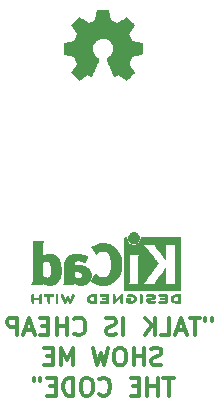
<source format=gbr>
G04 #@! TF.GenerationSoftware,KiCad,Pcbnew,(5.1.5)-3*
G04 #@! TF.CreationDate,2020-04-16T17:00:03+04:00*
G04 #@! TF.ProjectId,drawing,64726177-696e-4672-9e6b-696361645f70,rev?*
G04 #@! TF.SameCoordinates,Original*
G04 #@! TF.FileFunction,Legend,Bot*
G04 #@! TF.FilePolarity,Positive*
%FSLAX46Y46*%
G04 Gerber Fmt 4.6, Leading zero omitted, Abs format (unit mm)*
G04 Created by KiCad (PCBNEW (5.1.5)-3) date 2020-04-16 17:00:03*
%MOMM*%
%LPD*%
G04 APERTURE LIST*
%ADD10C,0.300000*%
%ADD11C,0.010000*%
G04 APERTURE END LIST*
D10*
X118724000Y-95434571D02*
X118724000Y-95720285D01*
X118152571Y-95434571D02*
X118152571Y-95720285D01*
X117724000Y-95434571D02*
X116866857Y-95434571D01*
X117295428Y-96934571D02*
X117295428Y-95434571D01*
X116438285Y-96506000D02*
X115724000Y-96506000D01*
X116581142Y-96934571D02*
X116081142Y-95434571D01*
X115581142Y-96934571D01*
X114366857Y-96934571D02*
X115081142Y-96934571D01*
X115081142Y-95434571D01*
X113866857Y-96934571D02*
X113866857Y-95434571D01*
X113009714Y-96934571D02*
X113652571Y-96077428D01*
X113009714Y-95434571D02*
X113866857Y-96291714D01*
X111224000Y-96934571D02*
X111224000Y-95434571D01*
X110581142Y-96863142D02*
X110366857Y-96934571D01*
X110009714Y-96934571D01*
X109866857Y-96863142D01*
X109795428Y-96791714D01*
X109724000Y-96648857D01*
X109724000Y-96506000D01*
X109795428Y-96363142D01*
X109866857Y-96291714D01*
X110009714Y-96220285D01*
X110295428Y-96148857D01*
X110438285Y-96077428D01*
X110509714Y-96006000D01*
X110581142Y-95863142D01*
X110581142Y-95720285D01*
X110509714Y-95577428D01*
X110438285Y-95506000D01*
X110295428Y-95434571D01*
X109938285Y-95434571D01*
X109724000Y-95506000D01*
X107081142Y-96791714D02*
X107152571Y-96863142D01*
X107366857Y-96934571D01*
X107509714Y-96934571D01*
X107724000Y-96863142D01*
X107866857Y-96720285D01*
X107938285Y-96577428D01*
X108009714Y-96291714D01*
X108009714Y-96077428D01*
X107938285Y-95791714D01*
X107866857Y-95648857D01*
X107724000Y-95506000D01*
X107509714Y-95434571D01*
X107366857Y-95434571D01*
X107152571Y-95506000D01*
X107081142Y-95577428D01*
X106438285Y-96934571D02*
X106438285Y-95434571D01*
X106438285Y-96148857D02*
X105581142Y-96148857D01*
X105581142Y-96934571D02*
X105581142Y-95434571D01*
X104866857Y-96148857D02*
X104366857Y-96148857D01*
X104152571Y-96934571D02*
X104866857Y-96934571D01*
X104866857Y-95434571D01*
X104152571Y-95434571D01*
X103581142Y-96506000D02*
X102866857Y-96506000D01*
X103724000Y-96934571D02*
X103224000Y-95434571D01*
X102724000Y-96934571D01*
X102224000Y-96934571D02*
X102224000Y-95434571D01*
X101652571Y-95434571D01*
X101509714Y-95506000D01*
X101438285Y-95577428D01*
X101366857Y-95720285D01*
X101366857Y-95934571D01*
X101438285Y-96077428D01*
X101509714Y-96148857D01*
X101652571Y-96220285D01*
X102224000Y-96220285D01*
X114438285Y-99413142D02*
X114224000Y-99484571D01*
X113866857Y-99484571D01*
X113724000Y-99413142D01*
X113652571Y-99341714D01*
X113581142Y-99198857D01*
X113581142Y-99056000D01*
X113652571Y-98913142D01*
X113724000Y-98841714D01*
X113866857Y-98770285D01*
X114152571Y-98698857D01*
X114295428Y-98627428D01*
X114366857Y-98556000D01*
X114438285Y-98413142D01*
X114438285Y-98270285D01*
X114366857Y-98127428D01*
X114295428Y-98056000D01*
X114152571Y-97984571D01*
X113795428Y-97984571D01*
X113581142Y-98056000D01*
X112938285Y-99484571D02*
X112938285Y-97984571D01*
X112938285Y-98698857D02*
X112081142Y-98698857D01*
X112081142Y-99484571D02*
X112081142Y-97984571D01*
X111081142Y-97984571D02*
X110795428Y-97984571D01*
X110652571Y-98056000D01*
X110509714Y-98198857D01*
X110438285Y-98484571D01*
X110438285Y-98984571D01*
X110509714Y-99270285D01*
X110652571Y-99413142D01*
X110795428Y-99484571D01*
X111081142Y-99484571D01*
X111224000Y-99413142D01*
X111366857Y-99270285D01*
X111438285Y-98984571D01*
X111438285Y-98484571D01*
X111366857Y-98198857D01*
X111224000Y-98056000D01*
X111081142Y-97984571D01*
X109938285Y-97984571D02*
X109581142Y-99484571D01*
X109295428Y-98413142D01*
X109009714Y-99484571D01*
X108652571Y-97984571D01*
X106938285Y-99484571D02*
X106938285Y-97984571D01*
X106438285Y-99056000D01*
X105938285Y-97984571D01*
X105938285Y-99484571D01*
X105224000Y-98698857D02*
X104724000Y-98698857D01*
X104509714Y-99484571D02*
X105224000Y-99484571D01*
X105224000Y-97984571D01*
X104509714Y-97984571D01*
X115474000Y-100534571D02*
X114616857Y-100534571D01*
X115045428Y-102034571D02*
X115045428Y-100534571D01*
X114116857Y-102034571D02*
X114116857Y-100534571D01*
X114116857Y-101248857D02*
X113259714Y-101248857D01*
X113259714Y-102034571D02*
X113259714Y-100534571D01*
X112545428Y-101248857D02*
X112045428Y-101248857D01*
X111831142Y-102034571D02*
X112545428Y-102034571D01*
X112545428Y-100534571D01*
X111831142Y-100534571D01*
X109188285Y-101891714D02*
X109259714Y-101963142D01*
X109474000Y-102034571D01*
X109616857Y-102034571D01*
X109831142Y-101963142D01*
X109974000Y-101820285D01*
X110045428Y-101677428D01*
X110116857Y-101391714D01*
X110116857Y-101177428D01*
X110045428Y-100891714D01*
X109974000Y-100748857D01*
X109831142Y-100606000D01*
X109616857Y-100534571D01*
X109474000Y-100534571D01*
X109259714Y-100606000D01*
X109188285Y-100677428D01*
X108259714Y-100534571D02*
X107974000Y-100534571D01*
X107831142Y-100606000D01*
X107688285Y-100748857D01*
X107616857Y-101034571D01*
X107616857Y-101534571D01*
X107688285Y-101820285D01*
X107831142Y-101963142D01*
X107974000Y-102034571D01*
X108259714Y-102034571D01*
X108402571Y-101963142D01*
X108545428Y-101820285D01*
X108616857Y-101534571D01*
X108616857Y-101034571D01*
X108545428Y-100748857D01*
X108402571Y-100606000D01*
X108259714Y-100534571D01*
X106974000Y-102034571D02*
X106974000Y-100534571D01*
X106616857Y-100534571D01*
X106402571Y-100606000D01*
X106259714Y-100748857D01*
X106188285Y-100891714D01*
X106116857Y-101177428D01*
X106116857Y-101391714D01*
X106188285Y-101677428D01*
X106259714Y-101820285D01*
X106402571Y-101963142D01*
X106616857Y-102034571D01*
X106974000Y-102034571D01*
X105474000Y-101248857D02*
X104974000Y-101248857D01*
X104759714Y-102034571D02*
X105474000Y-102034571D01*
X105474000Y-100534571D01*
X104759714Y-100534571D01*
X104188285Y-100534571D02*
X104188285Y-100820285D01*
X103616857Y-100534571D02*
X103616857Y-100820285D01*
D11*
G36*
X103499177Y-93460533D02*
G01*
X103467798Y-93482776D01*
X103440089Y-93510485D01*
X103440089Y-93819920D01*
X103440162Y-93911799D01*
X103440505Y-93983840D01*
X103441308Y-94038780D01*
X103442759Y-94079360D01*
X103445048Y-94108317D01*
X103448364Y-94128391D01*
X103452895Y-94142321D01*
X103458831Y-94152845D01*
X103463486Y-94159100D01*
X103494217Y-94183673D01*
X103529504Y-94186341D01*
X103561755Y-94171271D01*
X103572412Y-94162374D01*
X103579536Y-94150557D01*
X103583833Y-94131526D01*
X103586009Y-94100992D01*
X103586772Y-94054662D01*
X103586845Y-94018871D01*
X103586845Y-93884045D01*
X104083556Y-93884045D01*
X104083556Y-94006700D01*
X104084069Y-94062787D01*
X104086124Y-94101333D01*
X104090492Y-94127361D01*
X104097944Y-94145897D01*
X104106953Y-94159100D01*
X104137856Y-94183604D01*
X104172804Y-94186506D01*
X104206262Y-94169089D01*
X104215396Y-94159959D01*
X104221848Y-94147855D01*
X104226103Y-94129001D01*
X104228648Y-94099620D01*
X104229971Y-94055937D01*
X104230557Y-93994175D01*
X104230625Y-93980000D01*
X104231109Y-93863631D01*
X104231359Y-93767727D01*
X104231277Y-93690177D01*
X104230769Y-93628869D01*
X104229738Y-93581690D01*
X104228087Y-93546530D01*
X104225721Y-93521276D01*
X104222543Y-93503817D01*
X104218456Y-93492041D01*
X104213366Y-93483835D01*
X104207734Y-93477645D01*
X104175872Y-93457844D01*
X104142643Y-93460533D01*
X104111265Y-93482776D01*
X104098567Y-93497126D01*
X104090474Y-93512978D01*
X104085958Y-93535554D01*
X104083994Y-93570078D01*
X104083556Y-93621776D01*
X104083556Y-93737289D01*
X103586845Y-93737289D01*
X103586845Y-93618756D01*
X103586338Y-93564148D01*
X103584302Y-93527275D01*
X103579965Y-93503307D01*
X103572553Y-93487415D01*
X103564267Y-93477645D01*
X103532406Y-93457844D01*
X103499177Y-93460533D01*
G37*
X103499177Y-93460533D02*
X103467798Y-93482776D01*
X103440089Y-93510485D01*
X103440089Y-93819920D01*
X103440162Y-93911799D01*
X103440505Y-93983840D01*
X103441308Y-94038780D01*
X103442759Y-94079360D01*
X103445048Y-94108317D01*
X103448364Y-94128391D01*
X103452895Y-94142321D01*
X103458831Y-94152845D01*
X103463486Y-94159100D01*
X103494217Y-94183673D01*
X103529504Y-94186341D01*
X103561755Y-94171271D01*
X103572412Y-94162374D01*
X103579536Y-94150557D01*
X103583833Y-94131526D01*
X103586009Y-94100992D01*
X103586772Y-94054662D01*
X103586845Y-94018871D01*
X103586845Y-93884045D01*
X104083556Y-93884045D01*
X104083556Y-94006700D01*
X104084069Y-94062787D01*
X104086124Y-94101333D01*
X104090492Y-94127361D01*
X104097944Y-94145897D01*
X104106953Y-94159100D01*
X104137856Y-94183604D01*
X104172804Y-94186506D01*
X104206262Y-94169089D01*
X104215396Y-94159959D01*
X104221848Y-94147855D01*
X104226103Y-94129001D01*
X104228648Y-94099620D01*
X104229971Y-94055937D01*
X104230557Y-93994175D01*
X104230625Y-93980000D01*
X104231109Y-93863631D01*
X104231359Y-93767727D01*
X104231277Y-93690177D01*
X104230769Y-93628869D01*
X104229738Y-93581690D01*
X104228087Y-93546530D01*
X104225721Y-93521276D01*
X104222543Y-93503817D01*
X104218456Y-93492041D01*
X104213366Y-93483835D01*
X104207734Y-93477645D01*
X104175872Y-93457844D01*
X104142643Y-93460533D01*
X104111265Y-93482776D01*
X104098567Y-93497126D01*
X104090474Y-93512978D01*
X104085958Y-93535554D01*
X104083994Y-93570078D01*
X104083556Y-93621776D01*
X104083556Y-93737289D01*
X103586845Y-93737289D01*
X103586845Y-93618756D01*
X103586338Y-93564148D01*
X103584302Y-93527275D01*
X103579965Y-93503307D01*
X103572553Y-93487415D01*
X103564267Y-93477645D01*
X103532406Y-93457844D01*
X103499177Y-93460533D01*
G36*
X104764935Y-93455163D02*
G01*
X104686228Y-93455542D01*
X104625137Y-93456333D01*
X104579183Y-93457670D01*
X104545886Y-93459683D01*
X104522764Y-93462506D01*
X104507338Y-93466269D01*
X104497129Y-93471105D01*
X104492187Y-93474822D01*
X104466543Y-93507358D01*
X104463441Y-93541138D01*
X104479289Y-93571826D01*
X104489652Y-93584089D01*
X104500804Y-93592450D01*
X104516965Y-93597657D01*
X104542358Y-93600457D01*
X104581202Y-93601596D01*
X104637720Y-93601821D01*
X104648820Y-93601822D01*
X104794756Y-93601822D01*
X104794756Y-93872756D01*
X104794852Y-93958154D01*
X104795289Y-94023864D01*
X104796288Y-94072774D01*
X104798072Y-94107773D01*
X104800863Y-94131749D01*
X104804883Y-94147593D01*
X104810355Y-94158191D01*
X104817334Y-94166267D01*
X104850266Y-94186112D01*
X104884646Y-94184548D01*
X104915824Y-94161906D01*
X104918114Y-94159100D01*
X104925571Y-94148492D01*
X104931253Y-94136081D01*
X104935399Y-94118850D01*
X104938250Y-94093784D01*
X104940046Y-94057867D01*
X104941028Y-94008083D01*
X104941436Y-93941417D01*
X104941511Y-93865589D01*
X104941511Y-93601822D01*
X105080873Y-93601822D01*
X105140678Y-93601418D01*
X105182082Y-93599840D01*
X105209252Y-93596547D01*
X105226354Y-93590992D01*
X105237557Y-93582631D01*
X105238917Y-93581178D01*
X105255275Y-93547939D01*
X105253828Y-93510362D01*
X105235022Y-93477645D01*
X105227750Y-93471298D01*
X105218373Y-93466266D01*
X105204391Y-93462396D01*
X105183304Y-93459537D01*
X105152611Y-93457535D01*
X105109811Y-93456239D01*
X105052405Y-93455498D01*
X104977890Y-93455158D01*
X104883767Y-93455068D01*
X104863740Y-93455067D01*
X104764935Y-93455163D01*
G37*
X104764935Y-93455163D02*
X104686228Y-93455542D01*
X104625137Y-93456333D01*
X104579183Y-93457670D01*
X104545886Y-93459683D01*
X104522764Y-93462506D01*
X104507338Y-93466269D01*
X104497129Y-93471105D01*
X104492187Y-93474822D01*
X104466543Y-93507358D01*
X104463441Y-93541138D01*
X104479289Y-93571826D01*
X104489652Y-93584089D01*
X104500804Y-93592450D01*
X104516965Y-93597657D01*
X104542358Y-93600457D01*
X104581202Y-93601596D01*
X104637720Y-93601821D01*
X104648820Y-93601822D01*
X104794756Y-93601822D01*
X104794756Y-93872756D01*
X104794852Y-93958154D01*
X104795289Y-94023864D01*
X104796288Y-94072774D01*
X104798072Y-94107773D01*
X104800863Y-94131749D01*
X104804883Y-94147593D01*
X104810355Y-94158191D01*
X104817334Y-94166267D01*
X104850266Y-94186112D01*
X104884646Y-94184548D01*
X104915824Y-94161906D01*
X104918114Y-94159100D01*
X104925571Y-94148492D01*
X104931253Y-94136081D01*
X104935399Y-94118850D01*
X104938250Y-94093784D01*
X104940046Y-94057867D01*
X104941028Y-94008083D01*
X104941436Y-93941417D01*
X104941511Y-93865589D01*
X104941511Y-93601822D01*
X105080873Y-93601822D01*
X105140678Y-93601418D01*
X105182082Y-93599840D01*
X105209252Y-93596547D01*
X105226354Y-93590992D01*
X105237557Y-93582631D01*
X105238917Y-93581178D01*
X105255275Y-93547939D01*
X105253828Y-93510362D01*
X105235022Y-93477645D01*
X105227750Y-93471298D01*
X105218373Y-93466266D01*
X105204391Y-93462396D01*
X105183304Y-93459537D01*
X105152611Y-93457535D01*
X105109811Y-93456239D01*
X105052405Y-93455498D01*
X104977890Y-93455158D01*
X104883767Y-93455068D01*
X104863740Y-93455067D01*
X104764935Y-93455163D01*
G36*
X105539386Y-93461877D02*
G01*
X105515673Y-93476647D01*
X105489022Y-93498227D01*
X105489022Y-93819773D01*
X105489107Y-93913830D01*
X105489471Y-93987932D01*
X105490276Y-94044704D01*
X105491687Y-94086768D01*
X105493867Y-94116748D01*
X105496979Y-94137267D01*
X105501186Y-94150949D01*
X105506652Y-94160416D01*
X105510528Y-94165082D01*
X105541966Y-94185575D01*
X105577767Y-94184739D01*
X105609127Y-94167264D01*
X105635778Y-94145684D01*
X105635778Y-93498227D01*
X105609127Y-93476647D01*
X105583406Y-93460949D01*
X105562400Y-93455067D01*
X105539386Y-93461877D01*
G37*
X105539386Y-93461877D02*
X105515673Y-93476647D01*
X105489022Y-93498227D01*
X105489022Y-93819773D01*
X105489107Y-93913830D01*
X105489471Y-93987932D01*
X105490276Y-94044704D01*
X105491687Y-94086768D01*
X105493867Y-94116748D01*
X105496979Y-94137267D01*
X105501186Y-94150949D01*
X105506652Y-94160416D01*
X105510528Y-94165082D01*
X105541966Y-94185575D01*
X105577767Y-94184739D01*
X105609127Y-94167264D01*
X105635778Y-94145684D01*
X105635778Y-93498227D01*
X105609127Y-93476647D01*
X105583406Y-93460949D01*
X105562400Y-93455067D01*
X105539386Y-93461877D01*
G36*
X105983335Y-93457034D02*
G01*
X105963745Y-93464035D01*
X105962990Y-93464377D01*
X105936387Y-93484678D01*
X105921730Y-93505561D01*
X105918862Y-93515352D01*
X105919004Y-93528361D01*
X105923039Y-93546895D01*
X105931854Y-93573257D01*
X105946331Y-93609752D01*
X105967355Y-93658687D01*
X105995812Y-93722365D01*
X106032585Y-93803093D01*
X106052825Y-93847216D01*
X106089375Y-93925985D01*
X106123685Y-93998423D01*
X106154448Y-94061880D01*
X106180352Y-94113708D01*
X106200090Y-94151259D01*
X106212350Y-94171884D01*
X106214776Y-94174733D01*
X106245817Y-94187302D01*
X106280879Y-94185619D01*
X106309000Y-94170332D01*
X106310146Y-94169089D01*
X106321332Y-94152154D01*
X106340096Y-94119170D01*
X106364125Y-94074380D01*
X106391103Y-94022032D01*
X106400799Y-94002742D01*
X106473986Y-93856150D01*
X106553760Y-94015393D01*
X106582233Y-94070415D01*
X106608650Y-94118132D01*
X106630852Y-94154893D01*
X106646681Y-94177044D01*
X106652046Y-94181741D01*
X106693743Y-94188102D01*
X106728151Y-94174733D01*
X106738272Y-94160446D01*
X106755786Y-94128692D01*
X106779265Y-94082597D01*
X106807280Y-94025285D01*
X106838401Y-93959880D01*
X106871201Y-93889507D01*
X106904250Y-93817291D01*
X106936119Y-93746355D01*
X106965381Y-93679825D01*
X106990605Y-93620826D01*
X107010364Y-93572481D01*
X107023228Y-93537915D01*
X107027769Y-93520253D01*
X107027723Y-93519613D01*
X107016674Y-93497388D01*
X106994590Y-93474753D01*
X106993290Y-93473768D01*
X106966147Y-93458425D01*
X106941042Y-93458574D01*
X106931632Y-93461466D01*
X106920166Y-93467718D01*
X106907990Y-93480014D01*
X106893643Y-93500908D01*
X106875664Y-93532949D01*
X106852593Y-93578688D01*
X106822970Y-93640677D01*
X106796255Y-93697898D01*
X106765520Y-93764226D01*
X106737979Y-93823874D01*
X106715062Y-93873725D01*
X106698202Y-93910664D01*
X106688827Y-93931573D01*
X106687460Y-93934845D01*
X106681311Y-93929497D01*
X106667178Y-93907109D01*
X106646943Y-93870946D01*
X106622485Y-93824277D01*
X106612752Y-93805022D01*
X106579783Y-93740004D01*
X106554357Y-93692654D01*
X106534388Y-93660219D01*
X106517790Y-93639946D01*
X106502476Y-93629082D01*
X106486360Y-93624875D01*
X106475857Y-93624400D01*
X106457330Y-93626042D01*
X106441096Y-93632831D01*
X106424965Y-93647566D01*
X106406749Y-93673044D01*
X106384261Y-93712061D01*
X106355311Y-93767414D01*
X106339338Y-93798903D01*
X106313430Y-93849087D01*
X106290833Y-93890704D01*
X106273542Y-93920242D01*
X106263550Y-93934189D01*
X106262191Y-93934770D01*
X106255739Y-93923793D01*
X106241292Y-93895290D01*
X106220297Y-93852244D01*
X106194203Y-93797638D01*
X106164454Y-93734454D01*
X106149820Y-93703071D01*
X106111750Y-93622078D01*
X106081095Y-93559756D01*
X106056263Y-93514071D01*
X106035663Y-93482989D01*
X106017702Y-93464478D01*
X106000790Y-93456504D01*
X105983335Y-93457034D01*
G37*
X105983335Y-93457034D02*
X105963745Y-93464035D01*
X105962990Y-93464377D01*
X105936387Y-93484678D01*
X105921730Y-93505561D01*
X105918862Y-93515352D01*
X105919004Y-93528361D01*
X105923039Y-93546895D01*
X105931854Y-93573257D01*
X105946331Y-93609752D01*
X105967355Y-93658687D01*
X105995812Y-93722365D01*
X106032585Y-93803093D01*
X106052825Y-93847216D01*
X106089375Y-93925985D01*
X106123685Y-93998423D01*
X106154448Y-94061880D01*
X106180352Y-94113708D01*
X106200090Y-94151259D01*
X106212350Y-94171884D01*
X106214776Y-94174733D01*
X106245817Y-94187302D01*
X106280879Y-94185619D01*
X106309000Y-94170332D01*
X106310146Y-94169089D01*
X106321332Y-94152154D01*
X106340096Y-94119170D01*
X106364125Y-94074380D01*
X106391103Y-94022032D01*
X106400799Y-94002742D01*
X106473986Y-93856150D01*
X106553760Y-94015393D01*
X106582233Y-94070415D01*
X106608650Y-94118132D01*
X106630852Y-94154893D01*
X106646681Y-94177044D01*
X106652046Y-94181741D01*
X106693743Y-94188102D01*
X106728151Y-94174733D01*
X106738272Y-94160446D01*
X106755786Y-94128692D01*
X106779265Y-94082597D01*
X106807280Y-94025285D01*
X106838401Y-93959880D01*
X106871201Y-93889507D01*
X106904250Y-93817291D01*
X106936119Y-93746355D01*
X106965381Y-93679825D01*
X106990605Y-93620826D01*
X107010364Y-93572481D01*
X107023228Y-93537915D01*
X107027769Y-93520253D01*
X107027723Y-93519613D01*
X107016674Y-93497388D01*
X106994590Y-93474753D01*
X106993290Y-93473768D01*
X106966147Y-93458425D01*
X106941042Y-93458574D01*
X106931632Y-93461466D01*
X106920166Y-93467718D01*
X106907990Y-93480014D01*
X106893643Y-93500908D01*
X106875664Y-93532949D01*
X106852593Y-93578688D01*
X106822970Y-93640677D01*
X106796255Y-93697898D01*
X106765520Y-93764226D01*
X106737979Y-93823874D01*
X106715062Y-93873725D01*
X106698202Y-93910664D01*
X106688827Y-93931573D01*
X106687460Y-93934845D01*
X106681311Y-93929497D01*
X106667178Y-93907109D01*
X106646943Y-93870946D01*
X106622485Y-93824277D01*
X106612752Y-93805022D01*
X106579783Y-93740004D01*
X106554357Y-93692654D01*
X106534388Y-93660219D01*
X106517790Y-93639946D01*
X106502476Y-93629082D01*
X106486360Y-93624875D01*
X106475857Y-93624400D01*
X106457330Y-93626042D01*
X106441096Y-93632831D01*
X106424965Y-93647566D01*
X106406749Y-93673044D01*
X106384261Y-93712061D01*
X106355311Y-93767414D01*
X106339338Y-93798903D01*
X106313430Y-93849087D01*
X106290833Y-93890704D01*
X106273542Y-93920242D01*
X106263550Y-93934189D01*
X106262191Y-93934770D01*
X106255739Y-93923793D01*
X106241292Y-93895290D01*
X106220297Y-93852244D01*
X106194203Y-93797638D01*
X106164454Y-93734454D01*
X106149820Y-93703071D01*
X106111750Y-93622078D01*
X106081095Y-93559756D01*
X106056263Y-93514071D01*
X106035663Y-93482989D01*
X106017702Y-93464478D01*
X106000790Y-93456504D01*
X105983335Y-93457034D01*
G36*
X108709691Y-93455275D02*
G01*
X108580712Y-93459636D01*
X108471009Y-93472861D01*
X108378774Y-93495741D01*
X108302198Y-93529070D01*
X108239473Y-93573638D01*
X108188788Y-93630236D01*
X108148337Y-93699658D01*
X108147541Y-93701351D01*
X108123399Y-93763483D01*
X108114797Y-93818509D01*
X108121769Y-93873887D01*
X108144346Y-93937073D01*
X108148628Y-93946689D01*
X108177828Y-94002966D01*
X108210644Y-94046451D01*
X108252998Y-94083417D01*
X108310810Y-94120135D01*
X108314169Y-94122052D01*
X108364496Y-94146227D01*
X108421379Y-94164282D01*
X108488473Y-94176839D01*
X108569435Y-94184522D01*
X108667918Y-94187953D01*
X108702714Y-94188251D01*
X108868406Y-94188845D01*
X108891803Y-94159100D01*
X108898743Y-94149319D01*
X108904158Y-94137897D01*
X108908235Y-94122095D01*
X108911163Y-94099175D01*
X108913133Y-94066396D01*
X108913775Y-94042089D01*
X108757156Y-94042089D01*
X108663274Y-94042089D01*
X108608336Y-94040483D01*
X108551940Y-94036255D01*
X108505655Y-94030292D01*
X108502861Y-94029790D01*
X108420652Y-94007736D01*
X108356886Y-93974600D01*
X108309548Y-93928847D01*
X108276618Y-93868939D01*
X108270892Y-93853061D01*
X108265279Y-93828333D01*
X108267709Y-93803902D01*
X108279533Y-93771400D01*
X108286660Y-93755434D01*
X108310000Y-93713006D01*
X108338120Y-93683240D01*
X108369060Y-93662511D01*
X108431034Y-93635537D01*
X108510349Y-93615998D01*
X108602747Y-93604746D01*
X108669667Y-93602270D01*
X108757156Y-93601822D01*
X108757156Y-94042089D01*
X108913775Y-94042089D01*
X108914332Y-94021021D01*
X108914950Y-93960311D01*
X108915175Y-93881526D01*
X108915200Y-93819920D01*
X108915200Y-93510485D01*
X108887491Y-93482776D01*
X108875194Y-93471544D01*
X108861897Y-93463853D01*
X108843328Y-93459040D01*
X108815214Y-93456446D01*
X108773283Y-93455410D01*
X108713263Y-93455270D01*
X108709691Y-93455275D01*
G37*
X108709691Y-93455275D02*
X108580712Y-93459636D01*
X108471009Y-93472861D01*
X108378774Y-93495741D01*
X108302198Y-93529070D01*
X108239473Y-93573638D01*
X108188788Y-93630236D01*
X108148337Y-93699658D01*
X108147541Y-93701351D01*
X108123399Y-93763483D01*
X108114797Y-93818509D01*
X108121769Y-93873887D01*
X108144346Y-93937073D01*
X108148628Y-93946689D01*
X108177828Y-94002966D01*
X108210644Y-94046451D01*
X108252998Y-94083417D01*
X108310810Y-94120135D01*
X108314169Y-94122052D01*
X108364496Y-94146227D01*
X108421379Y-94164282D01*
X108488473Y-94176839D01*
X108569435Y-94184522D01*
X108667918Y-94187953D01*
X108702714Y-94188251D01*
X108868406Y-94188845D01*
X108891803Y-94159100D01*
X108898743Y-94149319D01*
X108904158Y-94137897D01*
X108908235Y-94122095D01*
X108911163Y-94099175D01*
X108913133Y-94066396D01*
X108913775Y-94042089D01*
X108757156Y-94042089D01*
X108663274Y-94042089D01*
X108608336Y-94040483D01*
X108551940Y-94036255D01*
X108505655Y-94030292D01*
X108502861Y-94029790D01*
X108420652Y-94007736D01*
X108356886Y-93974600D01*
X108309548Y-93928847D01*
X108276618Y-93868939D01*
X108270892Y-93853061D01*
X108265279Y-93828333D01*
X108267709Y-93803902D01*
X108279533Y-93771400D01*
X108286660Y-93755434D01*
X108310000Y-93713006D01*
X108338120Y-93683240D01*
X108369060Y-93662511D01*
X108431034Y-93635537D01*
X108510349Y-93615998D01*
X108602747Y-93604746D01*
X108669667Y-93602270D01*
X108757156Y-93601822D01*
X108757156Y-94042089D01*
X108913775Y-94042089D01*
X108914332Y-94021021D01*
X108914950Y-93960311D01*
X108915175Y-93881526D01*
X108915200Y-93819920D01*
X108915200Y-93510485D01*
X108887491Y-93482776D01*
X108875194Y-93471544D01*
X108861897Y-93463853D01*
X108843328Y-93459040D01*
X108815214Y-93456446D01*
X108773283Y-93455410D01*
X108713263Y-93455270D01*
X108709691Y-93455275D01*
G36*
X109497657Y-93455260D02*
G01*
X109421299Y-93456174D01*
X109362783Y-93458311D01*
X109319745Y-93462175D01*
X109289817Y-93468267D01*
X109270632Y-93477090D01*
X109259824Y-93489146D01*
X109255027Y-93504939D01*
X109253873Y-93524970D01*
X109253867Y-93527335D01*
X109254869Y-93549992D01*
X109259604Y-93567503D01*
X109270667Y-93580574D01*
X109290652Y-93589913D01*
X109322154Y-93596227D01*
X109367768Y-93600222D01*
X109430087Y-93602606D01*
X109511707Y-93604086D01*
X109536723Y-93604414D01*
X109778800Y-93607467D01*
X109782186Y-93672378D01*
X109785571Y-93737289D01*
X109617424Y-93737289D01*
X109551734Y-93737531D01*
X109504828Y-93738556D01*
X109472917Y-93740811D01*
X109452209Y-93744742D01*
X109438916Y-93750798D01*
X109429245Y-93759424D01*
X109429183Y-93759493D01*
X109411644Y-93793112D01*
X109412278Y-93829448D01*
X109430686Y-93860423D01*
X109434329Y-93863607D01*
X109447259Y-93871812D01*
X109464976Y-93877521D01*
X109491430Y-93881162D01*
X109530568Y-93883167D01*
X109586338Y-93883964D01*
X109622006Y-93884045D01*
X109784445Y-93884045D01*
X109784445Y-94042089D01*
X109537839Y-94042089D01*
X109456420Y-94042231D01*
X109394590Y-94042814D01*
X109349363Y-94044068D01*
X109317752Y-94046227D01*
X109296769Y-94049523D01*
X109283427Y-94054189D01*
X109274739Y-94060457D01*
X109272550Y-94062733D01*
X109256386Y-94094280D01*
X109255203Y-94130168D01*
X109268464Y-94161285D01*
X109278957Y-94171271D01*
X109289871Y-94176769D01*
X109306783Y-94181022D01*
X109332367Y-94184180D01*
X109369299Y-94186392D01*
X109420254Y-94187806D01*
X109487906Y-94188572D01*
X109574931Y-94188838D01*
X109594606Y-94188845D01*
X109683089Y-94188787D01*
X109751773Y-94188467D01*
X109803436Y-94187667D01*
X109840855Y-94186167D01*
X109866810Y-94183749D01*
X109884078Y-94180194D01*
X109895438Y-94175282D01*
X109903668Y-94168795D01*
X109908183Y-94164138D01*
X109914979Y-94155889D01*
X109920288Y-94145669D01*
X109924294Y-94130800D01*
X109927179Y-94108602D01*
X109929126Y-94076393D01*
X109930319Y-94031496D01*
X109930939Y-93971228D01*
X109931171Y-93892911D01*
X109931200Y-93826994D01*
X109931129Y-93734628D01*
X109930792Y-93662117D01*
X109930002Y-93606737D01*
X109928574Y-93565765D01*
X109926321Y-93536478D01*
X109923057Y-93516153D01*
X109918596Y-93502066D01*
X109912752Y-93491495D01*
X109907803Y-93484811D01*
X109884406Y-93455067D01*
X109594226Y-93455067D01*
X109497657Y-93455260D01*
G37*
X109497657Y-93455260D02*
X109421299Y-93456174D01*
X109362783Y-93458311D01*
X109319745Y-93462175D01*
X109289817Y-93468267D01*
X109270632Y-93477090D01*
X109259824Y-93489146D01*
X109255027Y-93504939D01*
X109253873Y-93524970D01*
X109253867Y-93527335D01*
X109254869Y-93549992D01*
X109259604Y-93567503D01*
X109270667Y-93580574D01*
X109290652Y-93589913D01*
X109322154Y-93596227D01*
X109367768Y-93600222D01*
X109430087Y-93602606D01*
X109511707Y-93604086D01*
X109536723Y-93604414D01*
X109778800Y-93607467D01*
X109782186Y-93672378D01*
X109785571Y-93737289D01*
X109617424Y-93737289D01*
X109551734Y-93737531D01*
X109504828Y-93738556D01*
X109472917Y-93740811D01*
X109452209Y-93744742D01*
X109438916Y-93750798D01*
X109429245Y-93759424D01*
X109429183Y-93759493D01*
X109411644Y-93793112D01*
X109412278Y-93829448D01*
X109430686Y-93860423D01*
X109434329Y-93863607D01*
X109447259Y-93871812D01*
X109464976Y-93877521D01*
X109491430Y-93881162D01*
X109530568Y-93883167D01*
X109586338Y-93883964D01*
X109622006Y-93884045D01*
X109784445Y-93884045D01*
X109784445Y-94042089D01*
X109537839Y-94042089D01*
X109456420Y-94042231D01*
X109394590Y-94042814D01*
X109349363Y-94044068D01*
X109317752Y-94046227D01*
X109296769Y-94049523D01*
X109283427Y-94054189D01*
X109274739Y-94060457D01*
X109272550Y-94062733D01*
X109256386Y-94094280D01*
X109255203Y-94130168D01*
X109268464Y-94161285D01*
X109278957Y-94171271D01*
X109289871Y-94176769D01*
X109306783Y-94181022D01*
X109332367Y-94184180D01*
X109369299Y-94186392D01*
X109420254Y-94187806D01*
X109487906Y-94188572D01*
X109574931Y-94188838D01*
X109594606Y-94188845D01*
X109683089Y-94188787D01*
X109751773Y-94188467D01*
X109803436Y-94187667D01*
X109840855Y-94186167D01*
X109866810Y-94183749D01*
X109884078Y-94180194D01*
X109895438Y-94175282D01*
X109903668Y-94168795D01*
X109908183Y-94164138D01*
X109914979Y-94155889D01*
X109920288Y-94145669D01*
X109924294Y-94130800D01*
X109927179Y-94108602D01*
X109929126Y-94076393D01*
X109930319Y-94031496D01*
X109930939Y-93971228D01*
X109931171Y-93892911D01*
X109931200Y-93826994D01*
X109931129Y-93734628D01*
X109930792Y-93662117D01*
X109930002Y-93606737D01*
X109928574Y-93565765D01*
X109926321Y-93536478D01*
X109923057Y-93516153D01*
X109918596Y-93502066D01*
X109912752Y-93491495D01*
X109907803Y-93484811D01*
X109884406Y-93455067D01*
X109594226Y-93455067D01*
X109497657Y-93455260D01*
G36*
X111028114Y-93459448D02*
G01*
X111004548Y-93473273D01*
X110973735Y-93495881D01*
X110934078Y-93528338D01*
X110883980Y-93571708D01*
X110821843Y-93627058D01*
X110746072Y-93695451D01*
X110659334Y-93774084D01*
X110478711Y-93937878D01*
X110473067Y-93718029D01*
X110471029Y-93642351D01*
X110469063Y-93585994D01*
X110466734Y-93545706D01*
X110463606Y-93518235D01*
X110459245Y-93500329D01*
X110453216Y-93488737D01*
X110445084Y-93480208D01*
X110440772Y-93476623D01*
X110406241Y-93457670D01*
X110373383Y-93460441D01*
X110347318Y-93476633D01*
X110320667Y-93498199D01*
X110317352Y-93813151D01*
X110316435Y-93905779D01*
X110315968Y-93978544D01*
X110316113Y-94034161D01*
X110317032Y-94075342D01*
X110318887Y-94104803D01*
X110321839Y-94125255D01*
X110326050Y-94139413D01*
X110331682Y-94149991D01*
X110337927Y-94158474D01*
X110351439Y-94174207D01*
X110364883Y-94184636D01*
X110380124Y-94188639D01*
X110399026Y-94185094D01*
X110423455Y-94172879D01*
X110455273Y-94150871D01*
X110496348Y-94117949D01*
X110548542Y-94072991D01*
X110613722Y-94014875D01*
X110687556Y-93948099D01*
X110952845Y-93707458D01*
X110958489Y-93926589D01*
X110960531Y-94002128D01*
X110962502Y-94058354D01*
X110964839Y-94098524D01*
X110967981Y-94125896D01*
X110972364Y-94143728D01*
X110978424Y-94155279D01*
X110986600Y-94163807D01*
X110990784Y-94167282D01*
X111027765Y-94186372D01*
X111062708Y-94183493D01*
X111093136Y-94159100D01*
X111100097Y-94149286D01*
X111105523Y-94137826D01*
X111109603Y-94121968D01*
X111112529Y-94098963D01*
X111114492Y-94066062D01*
X111115683Y-94020516D01*
X111116292Y-93959573D01*
X111116511Y-93880486D01*
X111116534Y-93821956D01*
X111116460Y-93730407D01*
X111116113Y-93658687D01*
X111115301Y-93604045D01*
X111113833Y-93563732D01*
X111111519Y-93534998D01*
X111108167Y-93515093D01*
X111103588Y-93501268D01*
X111097589Y-93490772D01*
X111093136Y-93484811D01*
X111081850Y-93470691D01*
X111071301Y-93460029D01*
X111059893Y-93453892D01*
X111046030Y-93453343D01*
X111028114Y-93459448D01*
G37*
X111028114Y-93459448D02*
X111004548Y-93473273D01*
X110973735Y-93495881D01*
X110934078Y-93528338D01*
X110883980Y-93571708D01*
X110821843Y-93627058D01*
X110746072Y-93695451D01*
X110659334Y-93774084D01*
X110478711Y-93937878D01*
X110473067Y-93718029D01*
X110471029Y-93642351D01*
X110469063Y-93585994D01*
X110466734Y-93545706D01*
X110463606Y-93518235D01*
X110459245Y-93500329D01*
X110453216Y-93488737D01*
X110445084Y-93480208D01*
X110440772Y-93476623D01*
X110406241Y-93457670D01*
X110373383Y-93460441D01*
X110347318Y-93476633D01*
X110320667Y-93498199D01*
X110317352Y-93813151D01*
X110316435Y-93905779D01*
X110315968Y-93978544D01*
X110316113Y-94034161D01*
X110317032Y-94075342D01*
X110318887Y-94104803D01*
X110321839Y-94125255D01*
X110326050Y-94139413D01*
X110331682Y-94149991D01*
X110337927Y-94158474D01*
X110351439Y-94174207D01*
X110364883Y-94184636D01*
X110380124Y-94188639D01*
X110399026Y-94185094D01*
X110423455Y-94172879D01*
X110455273Y-94150871D01*
X110496348Y-94117949D01*
X110548542Y-94072991D01*
X110613722Y-94014875D01*
X110687556Y-93948099D01*
X110952845Y-93707458D01*
X110958489Y-93926589D01*
X110960531Y-94002128D01*
X110962502Y-94058354D01*
X110964839Y-94098524D01*
X110967981Y-94125896D01*
X110972364Y-94143728D01*
X110978424Y-94155279D01*
X110986600Y-94163807D01*
X110990784Y-94167282D01*
X111027765Y-94186372D01*
X111062708Y-94183493D01*
X111093136Y-94159100D01*
X111100097Y-94149286D01*
X111105523Y-94137826D01*
X111109603Y-94121968D01*
X111112529Y-94098963D01*
X111114492Y-94066062D01*
X111115683Y-94020516D01*
X111116292Y-93959573D01*
X111116511Y-93880486D01*
X111116534Y-93821956D01*
X111116460Y-93730407D01*
X111116113Y-93658687D01*
X111115301Y-93604045D01*
X111113833Y-93563732D01*
X111111519Y-93534998D01*
X111108167Y-93515093D01*
X111103588Y-93501268D01*
X111097589Y-93490772D01*
X111093136Y-93484811D01*
X111081850Y-93470691D01*
X111071301Y-93460029D01*
X111059893Y-93453892D01*
X111046030Y-93453343D01*
X111028114Y-93459448D01*
G36*
X111678081Y-93460599D02*
G01*
X111609565Y-93472095D01*
X111556943Y-93489967D01*
X111522708Y-93513499D01*
X111513379Y-93526924D01*
X111503893Y-93558148D01*
X111510277Y-93586395D01*
X111530430Y-93613182D01*
X111561745Y-93625713D01*
X111607183Y-93624696D01*
X111642326Y-93617906D01*
X111720419Y-93604971D01*
X111800226Y-93603742D01*
X111889555Y-93614241D01*
X111914229Y-93618690D01*
X111997291Y-93642108D01*
X112062273Y-93676945D01*
X112108461Y-93722604D01*
X112135145Y-93778494D01*
X112140663Y-93807388D01*
X112137051Y-93866012D01*
X112113729Y-93917879D01*
X112072824Y-93961978D01*
X112016459Y-93997299D01*
X111946760Y-94022829D01*
X111865852Y-94037559D01*
X111775860Y-94040478D01*
X111678910Y-94030575D01*
X111673436Y-94029641D01*
X111634875Y-94022459D01*
X111613494Y-94015521D01*
X111604227Y-94005227D01*
X111602006Y-93987976D01*
X111601956Y-93978841D01*
X111601956Y-93940489D01*
X111670431Y-93940489D01*
X111730900Y-93936347D01*
X111772165Y-93923147D01*
X111796175Y-93899730D01*
X111804877Y-93864936D01*
X111804983Y-93860394D01*
X111799892Y-93830654D01*
X111782433Y-93809419D01*
X111749939Y-93795366D01*
X111699743Y-93787173D01*
X111651123Y-93784161D01*
X111580456Y-93782433D01*
X111529198Y-93785070D01*
X111494239Y-93794800D01*
X111472470Y-93814353D01*
X111460780Y-93846456D01*
X111456060Y-93893838D01*
X111455200Y-93956071D01*
X111456609Y-94025535D01*
X111460848Y-94072786D01*
X111467936Y-94098012D01*
X111469311Y-94099988D01*
X111508228Y-94131508D01*
X111565286Y-94156470D01*
X111636869Y-94174340D01*
X111719358Y-94184586D01*
X111809139Y-94186673D01*
X111902592Y-94180068D01*
X111957556Y-94171956D01*
X112043766Y-94147554D01*
X112123892Y-94107662D01*
X112190977Y-94055887D01*
X112201173Y-94045539D01*
X112234302Y-94002035D01*
X112264194Y-93948118D01*
X112287357Y-93891592D01*
X112300298Y-93840259D01*
X112301858Y-93820544D01*
X112295218Y-93779419D01*
X112277568Y-93728252D01*
X112252297Y-93674394D01*
X112222789Y-93625195D01*
X112196719Y-93592334D01*
X112135765Y-93543452D01*
X112056969Y-93504545D01*
X111963157Y-93476494D01*
X111857150Y-93460179D01*
X111760000Y-93456192D01*
X111678081Y-93460599D01*
G37*
X111678081Y-93460599D02*
X111609565Y-93472095D01*
X111556943Y-93489967D01*
X111522708Y-93513499D01*
X111513379Y-93526924D01*
X111503893Y-93558148D01*
X111510277Y-93586395D01*
X111530430Y-93613182D01*
X111561745Y-93625713D01*
X111607183Y-93624696D01*
X111642326Y-93617906D01*
X111720419Y-93604971D01*
X111800226Y-93603742D01*
X111889555Y-93614241D01*
X111914229Y-93618690D01*
X111997291Y-93642108D01*
X112062273Y-93676945D01*
X112108461Y-93722604D01*
X112135145Y-93778494D01*
X112140663Y-93807388D01*
X112137051Y-93866012D01*
X112113729Y-93917879D01*
X112072824Y-93961978D01*
X112016459Y-93997299D01*
X111946760Y-94022829D01*
X111865852Y-94037559D01*
X111775860Y-94040478D01*
X111678910Y-94030575D01*
X111673436Y-94029641D01*
X111634875Y-94022459D01*
X111613494Y-94015521D01*
X111604227Y-94005227D01*
X111602006Y-93987976D01*
X111601956Y-93978841D01*
X111601956Y-93940489D01*
X111670431Y-93940489D01*
X111730900Y-93936347D01*
X111772165Y-93923147D01*
X111796175Y-93899730D01*
X111804877Y-93864936D01*
X111804983Y-93860394D01*
X111799892Y-93830654D01*
X111782433Y-93809419D01*
X111749939Y-93795366D01*
X111699743Y-93787173D01*
X111651123Y-93784161D01*
X111580456Y-93782433D01*
X111529198Y-93785070D01*
X111494239Y-93794800D01*
X111472470Y-93814353D01*
X111460780Y-93846456D01*
X111456060Y-93893838D01*
X111455200Y-93956071D01*
X111456609Y-94025535D01*
X111460848Y-94072786D01*
X111467936Y-94098012D01*
X111469311Y-94099988D01*
X111508228Y-94131508D01*
X111565286Y-94156470D01*
X111636869Y-94174340D01*
X111719358Y-94184586D01*
X111809139Y-94186673D01*
X111902592Y-94180068D01*
X111957556Y-94171956D01*
X112043766Y-94147554D01*
X112123892Y-94107662D01*
X112190977Y-94055887D01*
X112201173Y-94045539D01*
X112234302Y-94002035D01*
X112264194Y-93948118D01*
X112287357Y-93891592D01*
X112300298Y-93840259D01*
X112301858Y-93820544D01*
X112295218Y-93779419D01*
X112277568Y-93728252D01*
X112252297Y-93674394D01*
X112222789Y-93625195D01*
X112196719Y-93592334D01*
X112135765Y-93543452D01*
X112056969Y-93504545D01*
X111963157Y-93476494D01*
X111857150Y-93460179D01*
X111760000Y-93456192D01*
X111678081Y-93460599D01*
G36*
X112651822Y-93477645D02*
G01*
X112645242Y-93485218D01*
X112640079Y-93494987D01*
X112636164Y-93509571D01*
X112633324Y-93531585D01*
X112631387Y-93563648D01*
X112630183Y-93608375D01*
X112629539Y-93668385D01*
X112629284Y-93746294D01*
X112629245Y-93821956D01*
X112629314Y-93915802D01*
X112629638Y-93989689D01*
X112630386Y-94046232D01*
X112631732Y-94088049D01*
X112633846Y-94117757D01*
X112636900Y-94137973D01*
X112641066Y-94151314D01*
X112646516Y-94160398D01*
X112651822Y-94166267D01*
X112684826Y-94185947D01*
X112719991Y-94184181D01*
X112751455Y-94162717D01*
X112758684Y-94154337D01*
X112764334Y-94144614D01*
X112768599Y-94130861D01*
X112771673Y-94110389D01*
X112773752Y-94080512D01*
X112775030Y-94038541D01*
X112775701Y-93981789D01*
X112775959Y-93907567D01*
X112776000Y-93823537D01*
X112776000Y-93510485D01*
X112748291Y-93482776D01*
X112714137Y-93459463D01*
X112681006Y-93458623D01*
X112651822Y-93477645D01*
G37*
X112651822Y-93477645D02*
X112645242Y-93485218D01*
X112640079Y-93494987D01*
X112636164Y-93509571D01*
X112633324Y-93531585D01*
X112631387Y-93563648D01*
X112630183Y-93608375D01*
X112629539Y-93668385D01*
X112629284Y-93746294D01*
X112629245Y-93821956D01*
X112629314Y-93915802D01*
X112629638Y-93989689D01*
X112630386Y-94046232D01*
X112631732Y-94088049D01*
X112633846Y-94117757D01*
X112636900Y-94137973D01*
X112641066Y-94151314D01*
X112646516Y-94160398D01*
X112651822Y-94166267D01*
X112684826Y-94185947D01*
X112719991Y-94184181D01*
X112751455Y-94162717D01*
X112758684Y-94154337D01*
X112764334Y-94144614D01*
X112768599Y-94130861D01*
X112771673Y-94110389D01*
X112773752Y-94080512D01*
X112775030Y-94038541D01*
X112775701Y-93981789D01*
X112775959Y-93907567D01*
X112776000Y-93823537D01*
X112776000Y-93510485D01*
X112748291Y-93482776D01*
X112714137Y-93459463D01*
X112681006Y-93458623D01*
X112651822Y-93477645D01*
G36*
X113419703Y-93456351D02*
G01*
X113344888Y-93461581D01*
X113275306Y-93469750D01*
X113215002Y-93480550D01*
X113168020Y-93493673D01*
X113138406Y-93508813D01*
X113133860Y-93513269D01*
X113118054Y-93547850D01*
X113122847Y-93583351D01*
X113147364Y-93613725D01*
X113148534Y-93614596D01*
X113162954Y-93623954D01*
X113178008Y-93628876D01*
X113199005Y-93629473D01*
X113231257Y-93625861D01*
X113280073Y-93618154D01*
X113284000Y-93617505D01*
X113356739Y-93608569D01*
X113435217Y-93604161D01*
X113513927Y-93604119D01*
X113587361Y-93608279D01*
X113650011Y-93616479D01*
X113696370Y-93628557D01*
X113699416Y-93629771D01*
X113733048Y-93648615D01*
X113744864Y-93667685D01*
X113735614Y-93686439D01*
X113706047Y-93704337D01*
X113656911Y-93720837D01*
X113588957Y-93735396D01*
X113543645Y-93742406D01*
X113449456Y-93755889D01*
X113374544Y-93768214D01*
X113315717Y-93780449D01*
X113269785Y-93793661D01*
X113233555Y-93808917D01*
X113203838Y-93827285D01*
X113177442Y-93849831D01*
X113156230Y-93871971D01*
X113131065Y-93902819D01*
X113118681Y-93929345D01*
X113114808Y-93962026D01*
X113114667Y-93973995D01*
X113117576Y-94013712D01*
X113129202Y-94043259D01*
X113149323Y-94069486D01*
X113190216Y-94109576D01*
X113235817Y-94140149D01*
X113289513Y-94162203D01*
X113354692Y-94176735D01*
X113434744Y-94184741D01*
X113533057Y-94187218D01*
X113549289Y-94187177D01*
X113614849Y-94185818D01*
X113679866Y-94182730D01*
X113737252Y-94178356D01*
X113779922Y-94173140D01*
X113783372Y-94172541D01*
X113825796Y-94162491D01*
X113861780Y-94149796D01*
X113882150Y-94138190D01*
X113901107Y-94107572D01*
X113902427Y-94071918D01*
X113886085Y-94040144D01*
X113882429Y-94036551D01*
X113867315Y-94025876D01*
X113848415Y-94021276D01*
X113819162Y-94022059D01*
X113783651Y-94026127D01*
X113743970Y-94029762D01*
X113688345Y-94032828D01*
X113623406Y-94035053D01*
X113555785Y-94036164D01*
X113538000Y-94036237D01*
X113470128Y-94035964D01*
X113420454Y-94034646D01*
X113384610Y-94031827D01*
X113358224Y-94027050D01*
X113336926Y-94019857D01*
X113324126Y-94013867D01*
X113296000Y-93997233D01*
X113278068Y-93982168D01*
X113275447Y-93977897D01*
X113280976Y-93960263D01*
X113307260Y-93943192D01*
X113352478Y-93927458D01*
X113414808Y-93913838D01*
X113433171Y-93910804D01*
X113529090Y-93895738D01*
X113605641Y-93883146D01*
X113665780Y-93872111D01*
X113712460Y-93861720D01*
X113748637Y-93851056D01*
X113777265Y-93839205D01*
X113801298Y-93825251D01*
X113823692Y-93808281D01*
X113847402Y-93787378D01*
X113855380Y-93780049D01*
X113883353Y-93752699D01*
X113898160Y-93731029D01*
X113903952Y-93706232D01*
X113904889Y-93674983D01*
X113894575Y-93613705D01*
X113863752Y-93561640D01*
X113812595Y-93518958D01*
X113741283Y-93485825D01*
X113690400Y-93470964D01*
X113635100Y-93461366D01*
X113568853Y-93455936D01*
X113495706Y-93454367D01*
X113419703Y-93456351D01*
G37*
X113419703Y-93456351D02*
X113344888Y-93461581D01*
X113275306Y-93469750D01*
X113215002Y-93480550D01*
X113168020Y-93493673D01*
X113138406Y-93508813D01*
X113133860Y-93513269D01*
X113118054Y-93547850D01*
X113122847Y-93583351D01*
X113147364Y-93613725D01*
X113148534Y-93614596D01*
X113162954Y-93623954D01*
X113178008Y-93628876D01*
X113199005Y-93629473D01*
X113231257Y-93625861D01*
X113280073Y-93618154D01*
X113284000Y-93617505D01*
X113356739Y-93608569D01*
X113435217Y-93604161D01*
X113513927Y-93604119D01*
X113587361Y-93608279D01*
X113650011Y-93616479D01*
X113696370Y-93628557D01*
X113699416Y-93629771D01*
X113733048Y-93648615D01*
X113744864Y-93667685D01*
X113735614Y-93686439D01*
X113706047Y-93704337D01*
X113656911Y-93720837D01*
X113588957Y-93735396D01*
X113543645Y-93742406D01*
X113449456Y-93755889D01*
X113374544Y-93768214D01*
X113315717Y-93780449D01*
X113269785Y-93793661D01*
X113233555Y-93808917D01*
X113203838Y-93827285D01*
X113177442Y-93849831D01*
X113156230Y-93871971D01*
X113131065Y-93902819D01*
X113118681Y-93929345D01*
X113114808Y-93962026D01*
X113114667Y-93973995D01*
X113117576Y-94013712D01*
X113129202Y-94043259D01*
X113149323Y-94069486D01*
X113190216Y-94109576D01*
X113235817Y-94140149D01*
X113289513Y-94162203D01*
X113354692Y-94176735D01*
X113434744Y-94184741D01*
X113533057Y-94187218D01*
X113549289Y-94187177D01*
X113614849Y-94185818D01*
X113679866Y-94182730D01*
X113737252Y-94178356D01*
X113779922Y-94173140D01*
X113783372Y-94172541D01*
X113825796Y-94162491D01*
X113861780Y-94149796D01*
X113882150Y-94138190D01*
X113901107Y-94107572D01*
X113902427Y-94071918D01*
X113886085Y-94040144D01*
X113882429Y-94036551D01*
X113867315Y-94025876D01*
X113848415Y-94021276D01*
X113819162Y-94022059D01*
X113783651Y-94026127D01*
X113743970Y-94029762D01*
X113688345Y-94032828D01*
X113623406Y-94035053D01*
X113555785Y-94036164D01*
X113538000Y-94036237D01*
X113470128Y-94035964D01*
X113420454Y-94034646D01*
X113384610Y-94031827D01*
X113358224Y-94027050D01*
X113336926Y-94019857D01*
X113324126Y-94013867D01*
X113296000Y-93997233D01*
X113278068Y-93982168D01*
X113275447Y-93977897D01*
X113280976Y-93960263D01*
X113307260Y-93943192D01*
X113352478Y-93927458D01*
X113414808Y-93913838D01*
X113433171Y-93910804D01*
X113529090Y-93895738D01*
X113605641Y-93883146D01*
X113665780Y-93872111D01*
X113712460Y-93861720D01*
X113748637Y-93851056D01*
X113777265Y-93839205D01*
X113801298Y-93825251D01*
X113823692Y-93808281D01*
X113847402Y-93787378D01*
X113855380Y-93780049D01*
X113883353Y-93752699D01*
X113898160Y-93731029D01*
X113903952Y-93706232D01*
X113904889Y-93674983D01*
X113894575Y-93613705D01*
X113863752Y-93561640D01*
X113812595Y-93518958D01*
X113741283Y-93485825D01*
X113690400Y-93470964D01*
X113635100Y-93461366D01*
X113568853Y-93455936D01*
X113495706Y-93454367D01*
X113419703Y-93456351D01*
G36*
X114440794Y-93455146D02*
G01*
X114371386Y-93455518D01*
X114318997Y-93456385D01*
X114280847Y-93457946D01*
X114254159Y-93460403D01*
X114236153Y-93463957D01*
X114224049Y-93468810D01*
X114215069Y-93475161D01*
X114211818Y-93478084D01*
X114192043Y-93509142D01*
X114188482Y-93544828D01*
X114201491Y-93576510D01*
X114207506Y-93582913D01*
X114217235Y-93589121D01*
X114232901Y-93593910D01*
X114257408Y-93597514D01*
X114293661Y-93600164D01*
X114344565Y-93602095D01*
X114413026Y-93603539D01*
X114475617Y-93604418D01*
X114723334Y-93607467D01*
X114726719Y-93672378D01*
X114730105Y-93737289D01*
X114561958Y-93737289D01*
X114488959Y-93737919D01*
X114435517Y-93740553D01*
X114398628Y-93746309D01*
X114375288Y-93756304D01*
X114362494Y-93771656D01*
X114357242Y-93793482D01*
X114356445Y-93813738D01*
X114358923Y-93838592D01*
X114368277Y-93856906D01*
X114387383Y-93869637D01*
X114419118Y-93877741D01*
X114466359Y-93882176D01*
X114531983Y-93883899D01*
X114567801Y-93884045D01*
X114728978Y-93884045D01*
X114728978Y-94042089D01*
X114480622Y-94042089D01*
X114399213Y-94042202D01*
X114337342Y-94042712D01*
X114291968Y-94043870D01*
X114260054Y-94045930D01*
X114238559Y-94049146D01*
X114224443Y-94053772D01*
X114214668Y-94060059D01*
X114209689Y-94064667D01*
X114192610Y-94091560D01*
X114187111Y-94115467D01*
X114194963Y-94144667D01*
X114209689Y-94166267D01*
X114217546Y-94173066D01*
X114227688Y-94178346D01*
X114242844Y-94182298D01*
X114265741Y-94185113D01*
X114299109Y-94186982D01*
X114345675Y-94188098D01*
X114408167Y-94188651D01*
X114489314Y-94188833D01*
X114531422Y-94188845D01*
X114621598Y-94188765D01*
X114691924Y-94188398D01*
X114745129Y-94187552D01*
X114783940Y-94186036D01*
X114811087Y-94183659D01*
X114829298Y-94180229D01*
X114841300Y-94175554D01*
X114849822Y-94169444D01*
X114853156Y-94166267D01*
X114859755Y-94158670D01*
X114864927Y-94148870D01*
X114868846Y-94134239D01*
X114871684Y-94112152D01*
X114873615Y-94079982D01*
X114874812Y-94035103D01*
X114875448Y-93974889D01*
X114875697Y-93896713D01*
X114875734Y-93823923D01*
X114875700Y-93730707D01*
X114875465Y-93657431D01*
X114874830Y-93601458D01*
X114873594Y-93560151D01*
X114871556Y-93530872D01*
X114868517Y-93510984D01*
X114864277Y-93497850D01*
X114858635Y-93488832D01*
X114851391Y-93481293D01*
X114849606Y-93479612D01*
X114840945Y-93472172D01*
X114830882Y-93466409D01*
X114816625Y-93462112D01*
X114795383Y-93459064D01*
X114764364Y-93457051D01*
X114720777Y-93455860D01*
X114661831Y-93455275D01*
X114584734Y-93455083D01*
X114530001Y-93455067D01*
X114440794Y-93455146D01*
G37*
X114440794Y-93455146D02*
X114371386Y-93455518D01*
X114318997Y-93456385D01*
X114280847Y-93457946D01*
X114254159Y-93460403D01*
X114236153Y-93463957D01*
X114224049Y-93468810D01*
X114215069Y-93475161D01*
X114211818Y-93478084D01*
X114192043Y-93509142D01*
X114188482Y-93544828D01*
X114201491Y-93576510D01*
X114207506Y-93582913D01*
X114217235Y-93589121D01*
X114232901Y-93593910D01*
X114257408Y-93597514D01*
X114293661Y-93600164D01*
X114344565Y-93602095D01*
X114413026Y-93603539D01*
X114475617Y-93604418D01*
X114723334Y-93607467D01*
X114726719Y-93672378D01*
X114730105Y-93737289D01*
X114561958Y-93737289D01*
X114488959Y-93737919D01*
X114435517Y-93740553D01*
X114398628Y-93746309D01*
X114375288Y-93756304D01*
X114362494Y-93771656D01*
X114357242Y-93793482D01*
X114356445Y-93813738D01*
X114358923Y-93838592D01*
X114368277Y-93856906D01*
X114387383Y-93869637D01*
X114419118Y-93877741D01*
X114466359Y-93882176D01*
X114531983Y-93883899D01*
X114567801Y-93884045D01*
X114728978Y-93884045D01*
X114728978Y-94042089D01*
X114480622Y-94042089D01*
X114399213Y-94042202D01*
X114337342Y-94042712D01*
X114291968Y-94043870D01*
X114260054Y-94045930D01*
X114238559Y-94049146D01*
X114224443Y-94053772D01*
X114214668Y-94060059D01*
X114209689Y-94064667D01*
X114192610Y-94091560D01*
X114187111Y-94115467D01*
X114194963Y-94144667D01*
X114209689Y-94166267D01*
X114217546Y-94173066D01*
X114227688Y-94178346D01*
X114242844Y-94182298D01*
X114265741Y-94185113D01*
X114299109Y-94186982D01*
X114345675Y-94188098D01*
X114408167Y-94188651D01*
X114489314Y-94188833D01*
X114531422Y-94188845D01*
X114621598Y-94188765D01*
X114691924Y-94188398D01*
X114745129Y-94187552D01*
X114783940Y-94186036D01*
X114811087Y-94183659D01*
X114829298Y-94180229D01*
X114841300Y-94175554D01*
X114849822Y-94169444D01*
X114853156Y-94166267D01*
X114859755Y-94158670D01*
X114864927Y-94148870D01*
X114868846Y-94134239D01*
X114871684Y-94112152D01*
X114873615Y-94079982D01*
X114874812Y-94035103D01*
X114875448Y-93974889D01*
X114875697Y-93896713D01*
X114875734Y-93823923D01*
X114875700Y-93730707D01*
X114875465Y-93657431D01*
X114874830Y-93601458D01*
X114873594Y-93560151D01*
X114871556Y-93530872D01*
X114868517Y-93510984D01*
X114864277Y-93497850D01*
X114858635Y-93488832D01*
X114851391Y-93481293D01*
X114849606Y-93479612D01*
X114840945Y-93472172D01*
X114830882Y-93466409D01*
X114816625Y-93462112D01*
X114795383Y-93459064D01*
X114764364Y-93457051D01*
X114720777Y-93455860D01*
X114661831Y-93455275D01*
X114584734Y-93455083D01*
X114530001Y-93455067D01*
X114440794Y-93455146D01*
G36*
X115849371Y-93455066D02*
G01*
X115809889Y-93455467D01*
X115694200Y-93458259D01*
X115597311Y-93466550D01*
X115515919Y-93481232D01*
X115446723Y-93503193D01*
X115386420Y-93533322D01*
X115331708Y-93572510D01*
X115312167Y-93589532D01*
X115279750Y-93629363D01*
X115250520Y-93683413D01*
X115227991Y-93743323D01*
X115215679Y-93800739D01*
X115214400Y-93821956D01*
X115222417Y-93880769D01*
X115243899Y-93945013D01*
X115274999Y-94005821D01*
X115311866Y-94054330D01*
X115317854Y-94060182D01*
X115368579Y-94101321D01*
X115424125Y-94133435D01*
X115487696Y-94157365D01*
X115562494Y-94173953D01*
X115651722Y-94184041D01*
X115758582Y-94188469D01*
X115807528Y-94188845D01*
X115869762Y-94188545D01*
X115913528Y-94187292D01*
X115942931Y-94184554D01*
X115962079Y-94179801D01*
X115975077Y-94172501D01*
X115982045Y-94166267D01*
X115988626Y-94158694D01*
X115993788Y-94148924D01*
X115997703Y-94134340D01*
X116000543Y-94112326D01*
X116002480Y-94080264D01*
X116003684Y-94035536D01*
X116004328Y-93975526D01*
X116004583Y-93897617D01*
X116004622Y-93821956D01*
X116004870Y-93721041D01*
X116004817Y-93640427D01*
X116003857Y-93601822D01*
X115857867Y-93601822D01*
X115857867Y-94042089D01*
X115764734Y-94042004D01*
X115708693Y-94040396D01*
X115649999Y-94036256D01*
X115601028Y-94030464D01*
X115599538Y-94030226D01*
X115520392Y-94011090D01*
X115459002Y-93981287D01*
X115412305Y-93938878D01*
X115382635Y-93892961D01*
X115364353Y-93842026D01*
X115365771Y-93794200D01*
X115386988Y-93742933D01*
X115428489Y-93689899D01*
X115485998Y-93650600D01*
X115560750Y-93624331D01*
X115610708Y-93615035D01*
X115667416Y-93608507D01*
X115727519Y-93603782D01*
X115778639Y-93601817D01*
X115781667Y-93601808D01*
X115857867Y-93601822D01*
X116003857Y-93601822D01*
X116003260Y-93577851D01*
X115998998Y-93531055D01*
X115990830Y-93497778D01*
X115977556Y-93475759D01*
X115957974Y-93462739D01*
X115930883Y-93456457D01*
X115895082Y-93454653D01*
X115849371Y-93455066D01*
G37*
X115849371Y-93455066D02*
X115809889Y-93455467D01*
X115694200Y-93458259D01*
X115597311Y-93466550D01*
X115515919Y-93481232D01*
X115446723Y-93503193D01*
X115386420Y-93533322D01*
X115331708Y-93572510D01*
X115312167Y-93589532D01*
X115279750Y-93629363D01*
X115250520Y-93683413D01*
X115227991Y-93743323D01*
X115215679Y-93800739D01*
X115214400Y-93821956D01*
X115222417Y-93880769D01*
X115243899Y-93945013D01*
X115274999Y-94005821D01*
X115311866Y-94054330D01*
X115317854Y-94060182D01*
X115368579Y-94101321D01*
X115424125Y-94133435D01*
X115487696Y-94157365D01*
X115562494Y-94173953D01*
X115651722Y-94184041D01*
X115758582Y-94188469D01*
X115807528Y-94188845D01*
X115869762Y-94188545D01*
X115913528Y-94187292D01*
X115942931Y-94184554D01*
X115962079Y-94179801D01*
X115975077Y-94172501D01*
X115982045Y-94166267D01*
X115988626Y-94158694D01*
X115993788Y-94148924D01*
X115997703Y-94134340D01*
X116000543Y-94112326D01*
X116002480Y-94080264D01*
X116003684Y-94035536D01*
X116004328Y-93975526D01*
X116004583Y-93897617D01*
X116004622Y-93821956D01*
X116004870Y-93721041D01*
X116004817Y-93640427D01*
X116003857Y-93601822D01*
X115857867Y-93601822D01*
X115857867Y-94042089D01*
X115764734Y-94042004D01*
X115708693Y-94040396D01*
X115649999Y-94036256D01*
X115601028Y-94030464D01*
X115599538Y-94030226D01*
X115520392Y-94011090D01*
X115459002Y-93981287D01*
X115412305Y-93938878D01*
X115382635Y-93892961D01*
X115364353Y-93842026D01*
X115365771Y-93794200D01*
X115386988Y-93742933D01*
X115428489Y-93689899D01*
X115485998Y-93650600D01*
X115560750Y-93624331D01*
X115610708Y-93615035D01*
X115667416Y-93608507D01*
X115727519Y-93603782D01*
X115778639Y-93601817D01*
X115781667Y-93601808D01*
X115857867Y-93601822D01*
X116003857Y-93601822D01*
X116003260Y-93577851D01*
X115998998Y-93531055D01*
X115990830Y-93497778D01*
X115977556Y-93475759D01*
X115957974Y-93462739D01*
X115930883Y-93456457D01*
X115895082Y-93454653D01*
X115849371Y-93455066D01*
G36*
X112001043Y-88212571D02*
G01*
X111904768Y-88236809D01*
X111818184Y-88279641D01*
X111743373Y-88339419D01*
X111682418Y-88414494D01*
X111637399Y-88503220D01*
X111611136Y-88599530D01*
X111605286Y-88696795D01*
X111620140Y-88790654D01*
X111653840Y-88878511D01*
X111704528Y-88957770D01*
X111770345Y-89025836D01*
X111849434Y-89080112D01*
X111939934Y-89118002D01*
X111991200Y-89130426D01*
X112035698Y-89137947D01*
X112069999Y-89140919D01*
X112102960Y-89139094D01*
X112143434Y-89132225D01*
X112176531Y-89125250D01*
X112269947Y-89093741D01*
X112353619Y-89042617D01*
X112425665Y-88973429D01*
X112484200Y-88887728D01*
X112498148Y-88860489D01*
X112514586Y-88824122D01*
X112524894Y-88793582D01*
X112530460Y-88761450D01*
X112532669Y-88720307D01*
X112532948Y-88674222D01*
X112528861Y-88589865D01*
X112515446Y-88520586D01*
X112490256Y-88459961D01*
X112450846Y-88401567D01*
X112412298Y-88357302D01*
X112340406Y-88291484D01*
X112265313Y-88246053D01*
X112182562Y-88218850D01*
X112104928Y-88208576D01*
X112001043Y-88212571D01*
G37*
X112001043Y-88212571D02*
X111904768Y-88236809D01*
X111818184Y-88279641D01*
X111743373Y-88339419D01*
X111682418Y-88414494D01*
X111637399Y-88503220D01*
X111611136Y-88599530D01*
X111605286Y-88696795D01*
X111620140Y-88790654D01*
X111653840Y-88878511D01*
X111704528Y-88957770D01*
X111770345Y-89025836D01*
X111849434Y-89080112D01*
X111939934Y-89118002D01*
X111991200Y-89130426D01*
X112035698Y-89137947D01*
X112069999Y-89140919D01*
X112102960Y-89139094D01*
X112143434Y-89132225D01*
X112176531Y-89125250D01*
X112269947Y-89093741D01*
X112353619Y-89042617D01*
X112425665Y-88973429D01*
X112484200Y-88887728D01*
X112498148Y-88860489D01*
X112514586Y-88824122D01*
X112524894Y-88793582D01*
X112530460Y-88761450D01*
X112532669Y-88720307D01*
X112532948Y-88674222D01*
X112528861Y-88589865D01*
X112515446Y-88520586D01*
X112490256Y-88459961D01*
X112450846Y-88401567D01*
X112412298Y-88357302D01*
X112340406Y-88291484D01*
X112265313Y-88246053D01*
X112182562Y-88218850D01*
X112104928Y-88208576D01*
X112001043Y-88212571D01*
G36*
X103541493Y-90658245D02*
G01*
X103541474Y-90892662D01*
X103541448Y-91105603D01*
X103541375Y-91298168D01*
X103541218Y-91471459D01*
X103540936Y-91626576D01*
X103540491Y-91764620D01*
X103539844Y-91886692D01*
X103538955Y-91993894D01*
X103537787Y-92087326D01*
X103536299Y-92168090D01*
X103534454Y-92237286D01*
X103532211Y-92296015D01*
X103529531Y-92345379D01*
X103526377Y-92386478D01*
X103522708Y-92420413D01*
X103518487Y-92448286D01*
X103513673Y-92471198D01*
X103508227Y-92490249D01*
X103502112Y-92506540D01*
X103495288Y-92521173D01*
X103487715Y-92535249D01*
X103479355Y-92549868D01*
X103474161Y-92558974D01*
X103439896Y-92619689D01*
X104298045Y-92619689D01*
X104298045Y-92523733D01*
X104298776Y-92480370D01*
X104300728Y-92447205D01*
X104303537Y-92429424D01*
X104304779Y-92427778D01*
X104316201Y-92434662D01*
X104338916Y-92452505D01*
X104361615Y-92471879D01*
X104416200Y-92512614D01*
X104485679Y-92553617D01*
X104562730Y-92591123D01*
X104640035Y-92621364D01*
X104670887Y-92631012D01*
X104739384Y-92645578D01*
X104822236Y-92655539D01*
X104911629Y-92660583D01*
X104999752Y-92660396D01*
X105078793Y-92654666D01*
X105116489Y-92648858D01*
X105254586Y-92610797D01*
X105381887Y-92553073D01*
X105497708Y-92476211D01*
X105601363Y-92380739D01*
X105692167Y-92267179D01*
X105758969Y-92156381D01*
X105813836Y-92039625D01*
X105855837Y-91920276D01*
X105885833Y-91794283D01*
X105904689Y-91657594D01*
X105913268Y-91506158D01*
X105913994Y-91428711D01*
X105911900Y-91371934D01*
X105082783Y-91371934D01*
X105082576Y-91465002D01*
X105079663Y-91552692D01*
X105074000Y-91629772D01*
X105065545Y-91691009D01*
X105062962Y-91703350D01*
X105031160Y-91810633D01*
X104989502Y-91897658D01*
X104937637Y-91964642D01*
X104875219Y-92011805D01*
X104801900Y-92039365D01*
X104717331Y-92047541D01*
X104621165Y-92036551D01*
X104557689Y-92020829D01*
X104508546Y-92002639D01*
X104454417Y-91976791D01*
X104413756Y-91953089D01*
X104343200Y-91906721D01*
X104343200Y-90756530D01*
X104410608Y-90712962D01*
X104489133Y-90672040D01*
X104573319Y-90645389D01*
X104658443Y-90633465D01*
X104739784Y-90636722D01*
X104812620Y-90655615D01*
X104844574Y-90671184D01*
X104902499Y-90714181D01*
X104951456Y-90770953D01*
X104992610Y-90843575D01*
X105027126Y-90934121D01*
X105056167Y-91044666D01*
X105057448Y-91050533D01*
X105067619Y-91112788D01*
X105075261Y-91190594D01*
X105080330Y-91278720D01*
X105082783Y-91371934D01*
X105911900Y-91371934D01*
X105906143Y-91215895D01*
X105884198Y-91020059D01*
X105848214Y-90841332D01*
X105798241Y-90679845D01*
X105734332Y-90535726D01*
X105656538Y-90409106D01*
X105564911Y-90300115D01*
X105459503Y-90208883D01*
X105414338Y-90177932D01*
X105313389Y-90121785D01*
X105210099Y-90082174D01*
X105100011Y-90058014D01*
X104978670Y-90048219D01*
X104886164Y-90049265D01*
X104756510Y-90060231D01*
X104643916Y-90082046D01*
X104545125Y-90115714D01*
X104456879Y-90162236D01*
X104408014Y-90196448D01*
X104378647Y-90218362D01*
X104356957Y-90233333D01*
X104348747Y-90237733D01*
X104347132Y-90226904D01*
X104345841Y-90196251D01*
X104344862Y-90148526D01*
X104344183Y-90086479D01*
X104343790Y-90012862D01*
X104343670Y-89930427D01*
X104343812Y-89841925D01*
X104344203Y-89750107D01*
X104344829Y-89657724D01*
X104345680Y-89567528D01*
X104346740Y-89482271D01*
X104347999Y-89404703D01*
X104349444Y-89337576D01*
X104351062Y-89283641D01*
X104352839Y-89245650D01*
X104353331Y-89238667D01*
X104360908Y-89168251D01*
X104372469Y-89113102D01*
X104390208Y-89065981D01*
X104416318Y-89019647D01*
X104422585Y-89010067D01*
X104447017Y-88973378D01*
X103541689Y-88973378D01*
X103541493Y-90658245D01*
G37*
X103541493Y-90658245D02*
X103541474Y-90892662D01*
X103541448Y-91105603D01*
X103541375Y-91298168D01*
X103541218Y-91471459D01*
X103540936Y-91626576D01*
X103540491Y-91764620D01*
X103539844Y-91886692D01*
X103538955Y-91993894D01*
X103537787Y-92087326D01*
X103536299Y-92168090D01*
X103534454Y-92237286D01*
X103532211Y-92296015D01*
X103529531Y-92345379D01*
X103526377Y-92386478D01*
X103522708Y-92420413D01*
X103518487Y-92448286D01*
X103513673Y-92471198D01*
X103508227Y-92490249D01*
X103502112Y-92506540D01*
X103495288Y-92521173D01*
X103487715Y-92535249D01*
X103479355Y-92549868D01*
X103474161Y-92558974D01*
X103439896Y-92619689D01*
X104298045Y-92619689D01*
X104298045Y-92523733D01*
X104298776Y-92480370D01*
X104300728Y-92447205D01*
X104303537Y-92429424D01*
X104304779Y-92427778D01*
X104316201Y-92434662D01*
X104338916Y-92452505D01*
X104361615Y-92471879D01*
X104416200Y-92512614D01*
X104485679Y-92553617D01*
X104562730Y-92591123D01*
X104640035Y-92621364D01*
X104670887Y-92631012D01*
X104739384Y-92645578D01*
X104822236Y-92655539D01*
X104911629Y-92660583D01*
X104999752Y-92660396D01*
X105078793Y-92654666D01*
X105116489Y-92648858D01*
X105254586Y-92610797D01*
X105381887Y-92553073D01*
X105497708Y-92476211D01*
X105601363Y-92380739D01*
X105692167Y-92267179D01*
X105758969Y-92156381D01*
X105813836Y-92039625D01*
X105855837Y-91920276D01*
X105885833Y-91794283D01*
X105904689Y-91657594D01*
X105913268Y-91506158D01*
X105913994Y-91428711D01*
X105911900Y-91371934D01*
X105082783Y-91371934D01*
X105082576Y-91465002D01*
X105079663Y-91552692D01*
X105074000Y-91629772D01*
X105065545Y-91691009D01*
X105062962Y-91703350D01*
X105031160Y-91810633D01*
X104989502Y-91897658D01*
X104937637Y-91964642D01*
X104875219Y-92011805D01*
X104801900Y-92039365D01*
X104717331Y-92047541D01*
X104621165Y-92036551D01*
X104557689Y-92020829D01*
X104508546Y-92002639D01*
X104454417Y-91976791D01*
X104413756Y-91953089D01*
X104343200Y-91906721D01*
X104343200Y-90756530D01*
X104410608Y-90712962D01*
X104489133Y-90672040D01*
X104573319Y-90645389D01*
X104658443Y-90633465D01*
X104739784Y-90636722D01*
X104812620Y-90655615D01*
X104844574Y-90671184D01*
X104902499Y-90714181D01*
X104951456Y-90770953D01*
X104992610Y-90843575D01*
X105027126Y-90934121D01*
X105056167Y-91044666D01*
X105057448Y-91050533D01*
X105067619Y-91112788D01*
X105075261Y-91190594D01*
X105080330Y-91278720D01*
X105082783Y-91371934D01*
X105911900Y-91371934D01*
X105906143Y-91215895D01*
X105884198Y-91020059D01*
X105848214Y-90841332D01*
X105798241Y-90679845D01*
X105734332Y-90535726D01*
X105656538Y-90409106D01*
X105564911Y-90300115D01*
X105459503Y-90208883D01*
X105414338Y-90177932D01*
X105313389Y-90121785D01*
X105210099Y-90082174D01*
X105100011Y-90058014D01*
X104978670Y-90048219D01*
X104886164Y-90049265D01*
X104756510Y-90060231D01*
X104643916Y-90082046D01*
X104545125Y-90115714D01*
X104456879Y-90162236D01*
X104408014Y-90196448D01*
X104378647Y-90218362D01*
X104356957Y-90233333D01*
X104348747Y-90237733D01*
X104347132Y-90226904D01*
X104345841Y-90196251D01*
X104344862Y-90148526D01*
X104344183Y-90086479D01*
X104343790Y-90012862D01*
X104343670Y-89930427D01*
X104343812Y-89841925D01*
X104344203Y-89750107D01*
X104344829Y-89657724D01*
X104345680Y-89567528D01*
X104346740Y-89482271D01*
X104347999Y-89404703D01*
X104349444Y-89337576D01*
X104351062Y-89283641D01*
X104352839Y-89245650D01*
X104353331Y-89238667D01*
X104360908Y-89168251D01*
X104372469Y-89113102D01*
X104390208Y-89065981D01*
X104416318Y-89019647D01*
X104422585Y-89010067D01*
X104447017Y-88973378D01*
X103541689Y-88973378D01*
X103541493Y-90658245D01*
G36*
X107054426Y-90052552D02*
G01*
X106902508Y-90072567D01*
X106767244Y-90106202D01*
X106647761Y-90153725D01*
X106543185Y-90215405D01*
X106465576Y-90278965D01*
X106396735Y-90353099D01*
X106342994Y-90432871D01*
X106300090Y-90525091D01*
X106284616Y-90568161D01*
X106271756Y-90607142D01*
X106260554Y-90643289D01*
X106250880Y-90678434D01*
X106242604Y-90714410D01*
X106235597Y-90753050D01*
X106229728Y-90796185D01*
X106224869Y-90845649D01*
X106220890Y-90903273D01*
X106217660Y-90970891D01*
X106215051Y-91050334D01*
X106212933Y-91143436D01*
X106211176Y-91252027D01*
X106209651Y-91377942D01*
X106208228Y-91523012D01*
X106206975Y-91665778D01*
X106205649Y-91821968D01*
X106204444Y-91957239D01*
X106203234Y-92073246D01*
X106201894Y-92171645D01*
X106200300Y-92254093D01*
X106198325Y-92322246D01*
X106195844Y-92377760D01*
X106192731Y-92422292D01*
X106188862Y-92457498D01*
X106184111Y-92485034D01*
X106178352Y-92506556D01*
X106171461Y-92523722D01*
X106163311Y-92538186D01*
X106153777Y-92551606D01*
X106142734Y-92565638D01*
X106138434Y-92571071D01*
X106122614Y-92593910D01*
X106115578Y-92609463D01*
X106115556Y-92609922D01*
X106126433Y-92612121D01*
X106157418Y-92614147D01*
X106206043Y-92615942D01*
X106269837Y-92617451D01*
X106346331Y-92618616D01*
X106433056Y-92619380D01*
X106527543Y-92619686D01*
X106538450Y-92619689D01*
X106961343Y-92619689D01*
X106964605Y-92523622D01*
X106967867Y-92427556D01*
X107029956Y-92478543D01*
X107127286Y-92546057D01*
X107237187Y-92600749D01*
X107323651Y-92630978D01*
X107392722Y-92645666D01*
X107476075Y-92655659D01*
X107565841Y-92660646D01*
X107654155Y-92660313D01*
X107733149Y-92654351D01*
X107769378Y-92648638D01*
X107909397Y-92610776D01*
X108035822Y-92555932D01*
X108147740Y-92484924D01*
X108244238Y-92398568D01*
X108324400Y-92297679D01*
X108387313Y-92183076D01*
X108431688Y-92056984D01*
X108444022Y-92000401D01*
X108451632Y-91938202D01*
X108455261Y-91863363D01*
X108455755Y-91829467D01*
X108455690Y-91826282D01*
X107695752Y-91826282D01*
X107686459Y-91901333D01*
X107658272Y-91965160D01*
X107609803Y-92020798D01*
X107604746Y-92025211D01*
X107556452Y-92060037D01*
X107504743Y-92082620D01*
X107444011Y-92094540D01*
X107368648Y-92097383D01*
X107350541Y-92096978D01*
X107296722Y-92094325D01*
X107256692Y-92088909D01*
X107221676Y-92078745D01*
X107182897Y-92061850D01*
X107172255Y-92056672D01*
X107111604Y-92020844D01*
X107064785Y-91978212D01*
X107052048Y-91962973D01*
X107007378Y-91906462D01*
X107007378Y-91710586D01*
X107007914Y-91631939D01*
X107009604Y-91573988D01*
X107012572Y-91534875D01*
X107016943Y-91512741D01*
X107021028Y-91506274D01*
X107036953Y-91503111D01*
X107070736Y-91500488D01*
X107117660Y-91498655D01*
X107173007Y-91497857D01*
X107181894Y-91497842D01*
X107302670Y-91503096D01*
X107405340Y-91519263D01*
X107491894Y-91546961D01*
X107564319Y-91586808D01*
X107619249Y-91633758D01*
X107663796Y-91691645D01*
X107688520Y-91754693D01*
X107695752Y-91826282D01*
X108455690Y-91826282D01*
X108453822Y-91735712D01*
X108445478Y-91656812D01*
X108429232Y-91585590D01*
X108403595Y-91514864D01*
X108379599Y-91462493D01*
X108320980Y-91367196D01*
X108242883Y-91279170D01*
X108147685Y-91200017D01*
X108037762Y-91131340D01*
X107915490Y-91074741D01*
X107783245Y-91031821D01*
X107718578Y-91016882D01*
X107582396Y-90994777D01*
X107433951Y-90980194D01*
X107282495Y-90973813D01*
X107155936Y-90975445D01*
X106994050Y-90982224D01*
X107001470Y-90923245D01*
X107020762Y-90824092D01*
X107051896Y-90743372D01*
X107095731Y-90680466D01*
X107153129Y-90634756D01*
X107224952Y-90605622D01*
X107312059Y-90592447D01*
X107415314Y-90594611D01*
X107453289Y-90598612D01*
X107594480Y-90623780D01*
X107731293Y-90664814D01*
X107825822Y-90702815D01*
X107870982Y-90722190D01*
X107909415Y-90737760D01*
X107935766Y-90747405D01*
X107943454Y-90749452D01*
X107953198Y-90740374D01*
X107969917Y-90711405D01*
X107993768Y-90662217D01*
X108024907Y-90592484D01*
X108063493Y-90501879D01*
X108070090Y-90486089D01*
X108100147Y-90413772D01*
X108127126Y-90348425D01*
X108149864Y-90292906D01*
X108167194Y-90250072D01*
X108177952Y-90222781D01*
X108181059Y-90213942D01*
X108171060Y-90209187D01*
X108144783Y-90203910D01*
X108116511Y-90200231D01*
X108086354Y-90195474D01*
X108038567Y-90186028D01*
X107977388Y-90172820D01*
X107907054Y-90156776D01*
X107831806Y-90138820D01*
X107803245Y-90131797D01*
X107698184Y-90106209D01*
X107610520Y-90086147D01*
X107535932Y-90070969D01*
X107470097Y-90060035D01*
X107408693Y-90052704D01*
X107347398Y-90048335D01*
X107281890Y-90046287D01*
X107223872Y-90045889D01*
X107054426Y-90052552D01*
G37*
X107054426Y-90052552D02*
X106902508Y-90072567D01*
X106767244Y-90106202D01*
X106647761Y-90153725D01*
X106543185Y-90215405D01*
X106465576Y-90278965D01*
X106396735Y-90353099D01*
X106342994Y-90432871D01*
X106300090Y-90525091D01*
X106284616Y-90568161D01*
X106271756Y-90607142D01*
X106260554Y-90643289D01*
X106250880Y-90678434D01*
X106242604Y-90714410D01*
X106235597Y-90753050D01*
X106229728Y-90796185D01*
X106224869Y-90845649D01*
X106220890Y-90903273D01*
X106217660Y-90970891D01*
X106215051Y-91050334D01*
X106212933Y-91143436D01*
X106211176Y-91252027D01*
X106209651Y-91377942D01*
X106208228Y-91523012D01*
X106206975Y-91665778D01*
X106205649Y-91821968D01*
X106204444Y-91957239D01*
X106203234Y-92073246D01*
X106201894Y-92171645D01*
X106200300Y-92254093D01*
X106198325Y-92322246D01*
X106195844Y-92377760D01*
X106192731Y-92422292D01*
X106188862Y-92457498D01*
X106184111Y-92485034D01*
X106178352Y-92506556D01*
X106171461Y-92523722D01*
X106163311Y-92538186D01*
X106153777Y-92551606D01*
X106142734Y-92565638D01*
X106138434Y-92571071D01*
X106122614Y-92593910D01*
X106115578Y-92609463D01*
X106115556Y-92609922D01*
X106126433Y-92612121D01*
X106157418Y-92614147D01*
X106206043Y-92615942D01*
X106269837Y-92617451D01*
X106346331Y-92618616D01*
X106433056Y-92619380D01*
X106527543Y-92619686D01*
X106538450Y-92619689D01*
X106961343Y-92619689D01*
X106964605Y-92523622D01*
X106967867Y-92427556D01*
X107029956Y-92478543D01*
X107127286Y-92546057D01*
X107237187Y-92600749D01*
X107323651Y-92630978D01*
X107392722Y-92645666D01*
X107476075Y-92655659D01*
X107565841Y-92660646D01*
X107654155Y-92660313D01*
X107733149Y-92654351D01*
X107769378Y-92648638D01*
X107909397Y-92610776D01*
X108035822Y-92555932D01*
X108147740Y-92484924D01*
X108244238Y-92398568D01*
X108324400Y-92297679D01*
X108387313Y-92183076D01*
X108431688Y-92056984D01*
X108444022Y-92000401D01*
X108451632Y-91938202D01*
X108455261Y-91863363D01*
X108455755Y-91829467D01*
X108455690Y-91826282D01*
X107695752Y-91826282D01*
X107686459Y-91901333D01*
X107658272Y-91965160D01*
X107609803Y-92020798D01*
X107604746Y-92025211D01*
X107556452Y-92060037D01*
X107504743Y-92082620D01*
X107444011Y-92094540D01*
X107368648Y-92097383D01*
X107350541Y-92096978D01*
X107296722Y-92094325D01*
X107256692Y-92088909D01*
X107221676Y-92078745D01*
X107182897Y-92061850D01*
X107172255Y-92056672D01*
X107111604Y-92020844D01*
X107064785Y-91978212D01*
X107052048Y-91962973D01*
X107007378Y-91906462D01*
X107007378Y-91710586D01*
X107007914Y-91631939D01*
X107009604Y-91573988D01*
X107012572Y-91534875D01*
X107016943Y-91512741D01*
X107021028Y-91506274D01*
X107036953Y-91503111D01*
X107070736Y-91500488D01*
X107117660Y-91498655D01*
X107173007Y-91497857D01*
X107181894Y-91497842D01*
X107302670Y-91503096D01*
X107405340Y-91519263D01*
X107491894Y-91546961D01*
X107564319Y-91586808D01*
X107619249Y-91633758D01*
X107663796Y-91691645D01*
X107688520Y-91754693D01*
X107695752Y-91826282D01*
X108455690Y-91826282D01*
X108453822Y-91735712D01*
X108445478Y-91656812D01*
X108429232Y-91585590D01*
X108403595Y-91514864D01*
X108379599Y-91462493D01*
X108320980Y-91367196D01*
X108242883Y-91279170D01*
X108147685Y-91200017D01*
X108037762Y-91131340D01*
X107915490Y-91074741D01*
X107783245Y-91031821D01*
X107718578Y-91016882D01*
X107582396Y-90994777D01*
X107433951Y-90980194D01*
X107282495Y-90973813D01*
X107155936Y-90975445D01*
X106994050Y-90982224D01*
X107001470Y-90923245D01*
X107020762Y-90824092D01*
X107051896Y-90743372D01*
X107095731Y-90680466D01*
X107153129Y-90634756D01*
X107224952Y-90605622D01*
X107312059Y-90592447D01*
X107415314Y-90594611D01*
X107453289Y-90598612D01*
X107594480Y-90623780D01*
X107731293Y-90664814D01*
X107825822Y-90702815D01*
X107870982Y-90722190D01*
X107909415Y-90737760D01*
X107935766Y-90747405D01*
X107943454Y-90749452D01*
X107953198Y-90740374D01*
X107969917Y-90711405D01*
X107993768Y-90662217D01*
X108024907Y-90592484D01*
X108063493Y-90501879D01*
X108070090Y-90486089D01*
X108100147Y-90413772D01*
X108127126Y-90348425D01*
X108149864Y-90292906D01*
X108167194Y-90250072D01*
X108177952Y-90222781D01*
X108181059Y-90213942D01*
X108171060Y-90209187D01*
X108144783Y-90203910D01*
X108116511Y-90200231D01*
X108086354Y-90195474D01*
X108038567Y-90186028D01*
X107977388Y-90172820D01*
X107907054Y-90156776D01*
X107831806Y-90138820D01*
X107803245Y-90131797D01*
X107698184Y-90106209D01*
X107610520Y-90086147D01*
X107535932Y-90070969D01*
X107470097Y-90060035D01*
X107408693Y-90052704D01*
X107347398Y-90048335D01*
X107281890Y-90046287D01*
X107223872Y-90045889D01*
X107054426Y-90052552D01*
G36*
X109399571Y-89135071D02*
G01*
X109239430Y-89156245D01*
X109075490Y-89196385D01*
X108905687Y-89255889D01*
X108727957Y-89335154D01*
X108716690Y-89340699D01*
X108658995Y-89368725D01*
X108607448Y-89392802D01*
X108565809Y-89411249D01*
X108537838Y-89422386D01*
X108528267Y-89424933D01*
X108509050Y-89429941D01*
X108504439Y-89434147D01*
X108509542Y-89444580D01*
X108525582Y-89470868D01*
X108550712Y-89510257D01*
X108583086Y-89559991D01*
X108620857Y-89617315D01*
X108662178Y-89679476D01*
X108705202Y-89743718D01*
X108748083Y-89807285D01*
X108788974Y-89867425D01*
X108826029Y-89921380D01*
X108857400Y-89966397D01*
X108881241Y-89999721D01*
X108895706Y-90018597D01*
X108897691Y-90020787D01*
X108907809Y-90016138D01*
X108930150Y-89998962D01*
X108960720Y-89972440D01*
X108976464Y-89957964D01*
X109072953Y-89882682D01*
X109179664Y-89827241D01*
X109295168Y-89792141D01*
X109418038Y-89777880D01*
X109487439Y-89779051D01*
X109608577Y-89796212D01*
X109717795Y-89832094D01*
X109815418Y-89886959D01*
X109901772Y-89961070D01*
X109977185Y-90054688D01*
X110041982Y-90168076D01*
X110079399Y-90254667D01*
X110123252Y-90390366D01*
X110155572Y-90537850D01*
X110176443Y-90693314D01*
X110185949Y-90852956D01*
X110184173Y-91012973D01*
X110171197Y-91169561D01*
X110147106Y-91318918D01*
X110111982Y-91457240D01*
X110065908Y-91580724D01*
X110049627Y-91614978D01*
X109981380Y-91729064D01*
X109900921Y-91825557D01*
X109809430Y-91903670D01*
X109708089Y-91962617D01*
X109598080Y-92001612D01*
X109480585Y-92019868D01*
X109439117Y-92021211D01*
X109317559Y-92010290D01*
X109197122Y-91977474D01*
X109079334Y-91923439D01*
X108965723Y-91848865D01*
X108874315Y-91770539D01*
X108827785Y-91726008D01*
X108646517Y-92023271D01*
X108601420Y-92097433D01*
X108560181Y-92165646D01*
X108524265Y-92225459D01*
X108495134Y-92274420D01*
X108474250Y-92310079D01*
X108463076Y-92329984D01*
X108461625Y-92333079D01*
X108469854Y-92342718D01*
X108495433Y-92359999D01*
X108535127Y-92383283D01*
X108585703Y-92410934D01*
X108643926Y-92441315D01*
X108706563Y-92472790D01*
X108770379Y-92503722D01*
X108832140Y-92532473D01*
X108888612Y-92557408D01*
X108936562Y-92576889D01*
X108960014Y-92585318D01*
X109093779Y-92623133D01*
X109231673Y-92648136D01*
X109379378Y-92661140D01*
X109506167Y-92663468D01*
X109574122Y-92662373D01*
X109639723Y-92660275D01*
X109697153Y-92657434D01*
X109740597Y-92654106D01*
X109754702Y-92652422D01*
X109893716Y-92623587D01*
X110035243Y-92578468D01*
X110172725Y-92519750D01*
X110299606Y-92450120D01*
X110377111Y-92397441D01*
X110504519Y-92289239D01*
X110622822Y-92162671D01*
X110729828Y-92020866D01*
X110823348Y-91866951D01*
X110901190Y-91704053D01*
X110945044Y-91586756D01*
X110995292Y-91403128D01*
X111028791Y-91208581D01*
X111045551Y-91007325D01*
X111045584Y-90803568D01*
X111028899Y-90601521D01*
X110995507Y-90405392D01*
X110945420Y-90219391D01*
X110941603Y-90207803D01*
X110878719Y-90045750D01*
X110801972Y-89897832D01*
X110708758Y-89759865D01*
X110596473Y-89627661D01*
X110552608Y-89582399D01*
X110416466Y-89458457D01*
X110276509Y-89355915D01*
X110130589Y-89273656D01*
X109976558Y-89210564D01*
X109812268Y-89165523D01*
X109716711Y-89148033D01*
X109557977Y-89132466D01*
X109399571Y-89135071D01*
G37*
X109399571Y-89135071D02*
X109239430Y-89156245D01*
X109075490Y-89196385D01*
X108905687Y-89255889D01*
X108727957Y-89335154D01*
X108716690Y-89340699D01*
X108658995Y-89368725D01*
X108607448Y-89392802D01*
X108565809Y-89411249D01*
X108537838Y-89422386D01*
X108528267Y-89424933D01*
X108509050Y-89429941D01*
X108504439Y-89434147D01*
X108509542Y-89444580D01*
X108525582Y-89470868D01*
X108550712Y-89510257D01*
X108583086Y-89559991D01*
X108620857Y-89617315D01*
X108662178Y-89679476D01*
X108705202Y-89743718D01*
X108748083Y-89807285D01*
X108788974Y-89867425D01*
X108826029Y-89921380D01*
X108857400Y-89966397D01*
X108881241Y-89999721D01*
X108895706Y-90018597D01*
X108897691Y-90020787D01*
X108907809Y-90016138D01*
X108930150Y-89998962D01*
X108960720Y-89972440D01*
X108976464Y-89957964D01*
X109072953Y-89882682D01*
X109179664Y-89827241D01*
X109295168Y-89792141D01*
X109418038Y-89777880D01*
X109487439Y-89779051D01*
X109608577Y-89796212D01*
X109717795Y-89832094D01*
X109815418Y-89886959D01*
X109901772Y-89961070D01*
X109977185Y-90054688D01*
X110041982Y-90168076D01*
X110079399Y-90254667D01*
X110123252Y-90390366D01*
X110155572Y-90537850D01*
X110176443Y-90693314D01*
X110185949Y-90852956D01*
X110184173Y-91012973D01*
X110171197Y-91169561D01*
X110147106Y-91318918D01*
X110111982Y-91457240D01*
X110065908Y-91580724D01*
X110049627Y-91614978D01*
X109981380Y-91729064D01*
X109900921Y-91825557D01*
X109809430Y-91903670D01*
X109708089Y-91962617D01*
X109598080Y-92001612D01*
X109480585Y-92019868D01*
X109439117Y-92021211D01*
X109317559Y-92010290D01*
X109197122Y-91977474D01*
X109079334Y-91923439D01*
X108965723Y-91848865D01*
X108874315Y-91770539D01*
X108827785Y-91726008D01*
X108646517Y-92023271D01*
X108601420Y-92097433D01*
X108560181Y-92165646D01*
X108524265Y-92225459D01*
X108495134Y-92274420D01*
X108474250Y-92310079D01*
X108463076Y-92329984D01*
X108461625Y-92333079D01*
X108469854Y-92342718D01*
X108495433Y-92359999D01*
X108535127Y-92383283D01*
X108585703Y-92410934D01*
X108643926Y-92441315D01*
X108706563Y-92472790D01*
X108770379Y-92503722D01*
X108832140Y-92532473D01*
X108888612Y-92557408D01*
X108936562Y-92576889D01*
X108960014Y-92585318D01*
X109093779Y-92623133D01*
X109231673Y-92648136D01*
X109379378Y-92661140D01*
X109506167Y-92663468D01*
X109574122Y-92662373D01*
X109639723Y-92660275D01*
X109697153Y-92657434D01*
X109740597Y-92654106D01*
X109754702Y-92652422D01*
X109893716Y-92623587D01*
X110035243Y-92578468D01*
X110172725Y-92519750D01*
X110299606Y-92450120D01*
X110377111Y-92397441D01*
X110504519Y-92289239D01*
X110622822Y-92162671D01*
X110729828Y-92020866D01*
X110823348Y-91866951D01*
X110901190Y-91704053D01*
X110945044Y-91586756D01*
X110995292Y-91403128D01*
X111028791Y-91208581D01*
X111045551Y-91007325D01*
X111045584Y-90803568D01*
X111028899Y-90601521D01*
X110995507Y-90405392D01*
X110945420Y-90219391D01*
X110941603Y-90207803D01*
X110878719Y-90045750D01*
X110801972Y-89897832D01*
X110708758Y-89759865D01*
X110596473Y-89627661D01*
X110552608Y-89582399D01*
X110416466Y-89458457D01*
X110276509Y-89355915D01*
X110130589Y-89273656D01*
X109976558Y-89210564D01*
X109812268Y-89165523D01*
X109716711Y-89148033D01*
X109557977Y-89132466D01*
X109399571Y-89135071D01*
G36*
X112674400Y-88675054D02*
G01*
X112663535Y-88788993D01*
X112631918Y-88896616D01*
X112581015Y-88995615D01*
X112512293Y-89083684D01*
X112427219Y-89158516D01*
X112330232Y-89216384D01*
X112223964Y-89256005D01*
X112116950Y-89274573D01*
X112011300Y-89273434D01*
X111909125Y-89253930D01*
X111812534Y-89217406D01*
X111723638Y-89165205D01*
X111644546Y-89098673D01*
X111577369Y-89019152D01*
X111524217Y-88927987D01*
X111487199Y-88826523D01*
X111468427Y-88716102D01*
X111466489Y-88666206D01*
X111466489Y-88578267D01*
X111414560Y-88578267D01*
X111378253Y-88581111D01*
X111351355Y-88592911D01*
X111324249Y-88616649D01*
X111285867Y-88655031D01*
X111285867Y-90846602D01*
X111285876Y-91108739D01*
X111285908Y-91349241D01*
X111285972Y-91569048D01*
X111286076Y-91769101D01*
X111286227Y-91950344D01*
X111286434Y-92113716D01*
X111286706Y-92260160D01*
X111287050Y-92390617D01*
X111287474Y-92506029D01*
X111287987Y-92607338D01*
X111288597Y-92695484D01*
X111289312Y-92771410D01*
X111290140Y-92836057D01*
X111291089Y-92890367D01*
X111292167Y-92935280D01*
X111293383Y-92971740D01*
X111294745Y-93000687D01*
X111296261Y-93023063D01*
X111297938Y-93039809D01*
X111299786Y-93051868D01*
X111301813Y-93060180D01*
X111304025Y-93065687D01*
X111305108Y-93067537D01*
X111309271Y-93074549D01*
X111312805Y-93080996D01*
X111316635Y-93086900D01*
X111321682Y-93092286D01*
X111328871Y-93097178D01*
X111339123Y-93101598D01*
X111353364Y-93105572D01*
X111372514Y-93109121D01*
X111397499Y-93112270D01*
X111429240Y-93115042D01*
X111468662Y-93117461D01*
X111516686Y-93119551D01*
X111574237Y-93121335D01*
X111642237Y-93122837D01*
X111721610Y-93124080D01*
X111813279Y-93125089D01*
X111918166Y-93125885D01*
X112037196Y-93126494D01*
X112171290Y-93126939D01*
X112321373Y-93127243D01*
X112488367Y-93127430D01*
X112673196Y-93127524D01*
X112876783Y-93127548D01*
X113100050Y-93127525D01*
X113343922Y-93127480D01*
X113609321Y-93127437D01*
X113647704Y-93127432D01*
X113914682Y-93127389D01*
X114160002Y-93127318D01*
X114384583Y-93127213D01*
X114589345Y-93127066D01*
X114775206Y-93126869D01*
X114943088Y-93126616D01*
X115093908Y-93126300D01*
X115228587Y-93125913D01*
X115348044Y-93125447D01*
X115453199Y-93124897D01*
X115544971Y-93124253D01*
X115624279Y-93123511D01*
X115692043Y-93122661D01*
X115749182Y-93121697D01*
X115796617Y-93120611D01*
X115835266Y-93119397D01*
X115866049Y-93118047D01*
X115889885Y-93116555D01*
X115907694Y-93114911D01*
X115920395Y-93113111D01*
X115928908Y-93111145D01*
X115933266Y-93109477D01*
X115941728Y-93105906D01*
X115949497Y-93103270D01*
X115956602Y-93100634D01*
X115963073Y-93097062D01*
X115968939Y-93091621D01*
X115974229Y-93083375D01*
X115978974Y-93071390D01*
X115983202Y-93054731D01*
X115986943Y-93032463D01*
X115990227Y-93003652D01*
X115993083Y-92967363D01*
X115995540Y-92922661D01*
X115997629Y-92868611D01*
X115999378Y-92804279D01*
X116000817Y-92728730D01*
X116001976Y-92641030D01*
X116002883Y-92540243D01*
X116003569Y-92425434D01*
X116004063Y-92295670D01*
X116004395Y-92150015D01*
X116004593Y-91987535D01*
X116004687Y-91807295D01*
X116004708Y-91608360D01*
X116004685Y-91389796D01*
X116004646Y-91150668D01*
X116004622Y-90890040D01*
X116004622Y-90847889D01*
X116004636Y-90584992D01*
X116004661Y-90343732D01*
X116004671Y-90123165D01*
X116004642Y-89922352D01*
X116004548Y-89740349D01*
X116004362Y-89576216D01*
X116004059Y-89429011D01*
X116003614Y-89297792D01*
X116003034Y-89187867D01*
X115700197Y-89187867D01*
X115660407Y-89245711D01*
X115649236Y-89261479D01*
X115639166Y-89275441D01*
X115630138Y-89288784D01*
X115622097Y-89302693D01*
X115614986Y-89318356D01*
X115608747Y-89336958D01*
X115603325Y-89359686D01*
X115598662Y-89387727D01*
X115594701Y-89422267D01*
X115591385Y-89464492D01*
X115588659Y-89515589D01*
X115586464Y-89576744D01*
X115584745Y-89649144D01*
X115583444Y-89733975D01*
X115582505Y-89832422D01*
X115581870Y-89945674D01*
X115581484Y-90074916D01*
X115581288Y-90221334D01*
X115581227Y-90386116D01*
X115581243Y-90570447D01*
X115581280Y-90775513D01*
X115581289Y-90898133D01*
X115581265Y-91115082D01*
X115581231Y-91310642D01*
X115581243Y-91485999D01*
X115581358Y-91642341D01*
X115581630Y-91780857D01*
X115582118Y-91902734D01*
X115582876Y-92009160D01*
X115583962Y-92101322D01*
X115585431Y-92180409D01*
X115587340Y-92247608D01*
X115589744Y-92304107D01*
X115592701Y-92351093D01*
X115596266Y-92389755D01*
X115600495Y-92421280D01*
X115605446Y-92446855D01*
X115611173Y-92467670D01*
X115617733Y-92484911D01*
X115625183Y-92499765D01*
X115633579Y-92513422D01*
X115642976Y-92527069D01*
X115653432Y-92541893D01*
X115659523Y-92550783D01*
X115698296Y-92608400D01*
X115166732Y-92608400D01*
X115043483Y-92608365D01*
X114940987Y-92608215D01*
X114857420Y-92607878D01*
X114790956Y-92607286D01*
X114739771Y-92606367D01*
X114702041Y-92605051D01*
X114675940Y-92603269D01*
X114659644Y-92600951D01*
X114651328Y-92598026D01*
X114649168Y-92594424D01*
X114651339Y-92590075D01*
X114652535Y-92588645D01*
X114677685Y-92551573D01*
X114703583Y-92498772D01*
X114727192Y-92436770D01*
X114735461Y-92410357D01*
X114740078Y-92392416D01*
X114743979Y-92371355D01*
X114747248Y-92345089D01*
X114749966Y-92311532D01*
X114752215Y-92268599D01*
X114754077Y-92214204D01*
X114755636Y-92146262D01*
X114756972Y-92062688D01*
X114758169Y-91961395D01*
X114759308Y-91840300D01*
X114759685Y-91795600D01*
X114760702Y-91670449D01*
X114761460Y-91566082D01*
X114761903Y-91480707D01*
X114761970Y-91412533D01*
X114761605Y-91359765D01*
X114760748Y-91320614D01*
X114759341Y-91293285D01*
X114757325Y-91275986D01*
X114754643Y-91266926D01*
X114751236Y-91264312D01*
X114747044Y-91266351D01*
X114742571Y-91270667D01*
X114732216Y-91283602D01*
X114710158Y-91312676D01*
X114677957Y-91355759D01*
X114637174Y-91410718D01*
X114589370Y-91475423D01*
X114536105Y-91547742D01*
X114478940Y-91625544D01*
X114419437Y-91706698D01*
X114359155Y-91789072D01*
X114299655Y-91870536D01*
X114242498Y-91948957D01*
X114189245Y-92022204D01*
X114141457Y-92088147D01*
X114100693Y-92144654D01*
X114068516Y-92189593D01*
X114046485Y-92220834D01*
X114041917Y-92227466D01*
X114018996Y-92264369D01*
X113992188Y-92312359D01*
X113966789Y-92361897D01*
X113963568Y-92368577D01*
X113941890Y-92416772D01*
X113929304Y-92454334D01*
X113923574Y-92490160D01*
X113922456Y-92532200D01*
X113923090Y-92608400D01*
X112768651Y-92608400D01*
X112859815Y-92514669D01*
X112906612Y-92464775D01*
X112956899Y-92408295D01*
X113002944Y-92354026D01*
X113023369Y-92328673D01*
X113053807Y-92289128D01*
X113093862Y-92235916D01*
X113142361Y-92170667D01*
X113198135Y-92095011D01*
X113260011Y-92010577D01*
X113326819Y-91918994D01*
X113397387Y-91821892D01*
X113470545Y-91720901D01*
X113545121Y-91617650D01*
X113619944Y-91513768D01*
X113693843Y-91410885D01*
X113765646Y-91310631D01*
X113834184Y-91214636D01*
X113898284Y-91124527D01*
X113956775Y-91041936D01*
X114008486Y-90968492D01*
X114052247Y-90905824D01*
X114086885Y-90855561D01*
X114111230Y-90819334D01*
X114124111Y-90798771D01*
X114125869Y-90794668D01*
X114117910Y-90783342D01*
X114097115Y-90756162D01*
X114064847Y-90714829D01*
X114022470Y-90661044D01*
X113971347Y-90596506D01*
X113912841Y-90522918D01*
X113848314Y-90441978D01*
X113779131Y-90355388D01*
X113706653Y-90264848D01*
X113632246Y-90172060D01*
X113572517Y-90097702D01*
X112561511Y-90097702D01*
X112555602Y-90110659D01*
X112541272Y-90132908D01*
X112540225Y-90134391D01*
X112521438Y-90164544D01*
X112501791Y-90201375D01*
X112497892Y-90209511D01*
X112494356Y-90217940D01*
X112491230Y-90228059D01*
X112488486Y-90241260D01*
X112486092Y-90258938D01*
X112484019Y-90282484D01*
X112482235Y-90313293D01*
X112480712Y-90352757D01*
X112479419Y-90402269D01*
X112478326Y-90463223D01*
X112477403Y-90537011D01*
X112476619Y-90625028D01*
X112475945Y-90728665D01*
X112475350Y-90849316D01*
X112474805Y-90988374D01*
X112474279Y-91147232D01*
X112473745Y-91326089D01*
X112473206Y-91511207D01*
X112472772Y-91675145D01*
X112472509Y-91819303D01*
X112472484Y-91945079D01*
X112472765Y-92053871D01*
X112473419Y-92147077D01*
X112474514Y-92226097D01*
X112476118Y-92292328D01*
X112478297Y-92347170D01*
X112481119Y-92392021D01*
X112484651Y-92428278D01*
X112488961Y-92457341D01*
X112494117Y-92480609D01*
X112500185Y-92499479D01*
X112507233Y-92515351D01*
X112515329Y-92529622D01*
X112524540Y-92543691D01*
X112533040Y-92556158D01*
X112550176Y-92582452D01*
X112560322Y-92600037D01*
X112561511Y-92603257D01*
X112550604Y-92604334D01*
X112519411Y-92605335D01*
X112470223Y-92606235D01*
X112405333Y-92607010D01*
X112327030Y-92607637D01*
X112237607Y-92608091D01*
X112139356Y-92608349D01*
X112070445Y-92608400D01*
X111965452Y-92608180D01*
X111868610Y-92607548D01*
X111782107Y-92606549D01*
X111708132Y-92605227D01*
X111648874Y-92603626D01*
X111606520Y-92601791D01*
X111583260Y-92599765D01*
X111579378Y-92598493D01*
X111587076Y-92583591D01*
X111595074Y-92575560D01*
X111608246Y-92558434D01*
X111625485Y-92528183D01*
X111637407Y-92503622D01*
X111664045Y-92444711D01*
X111667120Y-91267845D01*
X111670195Y-90090978D01*
X112115853Y-90090978D01*
X112213670Y-90091142D01*
X112304064Y-90091611D01*
X112384630Y-90092347D01*
X112452962Y-90093316D01*
X112506656Y-90094480D01*
X112543305Y-90095803D01*
X112560504Y-90097249D01*
X112561511Y-90097702D01*
X113572517Y-90097702D01*
X113557270Y-90078722D01*
X113483090Y-89986537D01*
X113411069Y-89897204D01*
X113342569Y-89812424D01*
X113278955Y-89733898D01*
X113221588Y-89663326D01*
X113171833Y-89602409D01*
X113131052Y-89552847D01*
X113113888Y-89532178D01*
X113027596Y-89431516D01*
X112950997Y-89348259D01*
X112882183Y-89280438D01*
X112819248Y-89226089D01*
X112809867Y-89218722D01*
X112770356Y-89188117D01*
X113902116Y-89187867D01*
X113896827Y-89235844D01*
X113900130Y-89293188D01*
X113921661Y-89361463D01*
X113961635Y-89441212D01*
X114006943Y-89513495D01*
X114023161Y-89536140D01*
X114051214Y-89573696D01*
X114089430Y-89624021D01*
X114136137Y-89684973D01*
X114189661Y-89754411D01*
X114248331Y-89830194D01*
X114310475Y-89910180D01*
X114374421Y-89992228D01*
X114438495Y-90074196D01*
X114501027Y-90153943D01*
X114560343Y-90229327D01*
X114614771Y-90298207D01*
X114662639Y-90358442D01*
X114702275Y-90407889D01*
X114732006Y-90444408D01*
X114750161Y-90465858D01*
X114753220Y-90469156D01*
X114756079Y-90461149D01*
X114758293Y-90430855D01*
X114759857Y-90378556D01*
X114760767Y-90304531D01*
X114761020Y-90209063D01*
X114760613Y-90092434D01*
X114759704Y-89972445D01*
X114758382Y-89840333D01*
X114756857Y-89728594D01*
X114754881Y-89635025D01*
X114752206Y-89557419D01*
X114748582Y-89493574D01*
X114743761Y-89441283D01*
X114737494Y-89398344D01*
X114729532Y-89362551D01*
X114719627Y-89331700D01*
X114707531Y-89303586D01*
X114692993Y-89276005D01*
X114678311Y-89250966D01*
X114640314Y-89187867D01*
X115700197Y-89187867D01*
X116003034Y-89187867D01*
X116003001Y-89181617D01*
X116002195Y-89079544D01*
X116001170Y-88990633D01*
X115999900Y-88913941D01*
X115998360Y-88848527D01*
X115996524Y-88793449D01*
X115994367Y-88747765D01*
X115991863Y-88710534D01*
X115988987Y-88680813D01*
X115985713Y-88657662D01*
X115982015Y-88640139D01*
X115977869Y-88627301D01*
X115973247Y-88618208D01*
X115968126Y-88611918D01*
X115962478Y-88607488D01*
X115956279Y-88603978D01*
X115949504Y-88600445D01*
X115943508Y-88596876D01*
X115938275Y-88594300D01*
X115930099Y-88591972D01*
X115917886Y-88589878D01*
X115900541Y-88588007D01*
X115876969Y-88586347D01*
X115846077Y-88584884D01*
X115806768Y-88583608D01*
X115757950Y-88582504D01*
X115698527Y-88581561D01*
X115627404Y-88580767D01*
X115543488Y-88580109D01*
X115445683Y-88579575D01*
X115332894Y-88579153D01*
X115204029Y-88578829D01*
X115057991Y-88578592D01*
X114893686Y-88578430D01*
X114710020Y-88578330D01*
X114505897Y-88578280D01*
X114294753Y-88578267D01*
X112674400Y-88578267D01*
X112674400Y-88675054D01*
G37*
X112674400Y-88675054D02*
X112663535Y-88788993D01*
X112631918Y-88896616D01*
X112581015Y-88995615D01*
X112512293Y-89083684D01*
X112427219Y-89158516D01*
X112330232Y-89216384D01*
X112223964Y-89256005D01*
X112116950Y-89274573D01*
X112011300Y-89273434D01*
X111909125Y-89253930D01*
X111812534Y-89217406D01*
X111723638Y-89165205D01*
X111644546Y-89098673D01*
X111577369Y-89019152D01*
X111524217Y-88927987D01*
X111487199Y-88826523D01*
X111468427Y-88716102D01*
X111466489Y-88666206D01*
X111466489Y-88578267D01*
X111414560Y-88578267D01*
X111378253Y-88581111D01*
X111351355Y-88592911D01*
X111324249Y-88616649D01*
X111285867Y-88655031D01*
X111285867Y-90846602D01*
X111285876Y-91108739D01*
X111285908Y-91349241D01*
X111285972Y-91569048D01*
X111286076Y-91769101D01*
X111286227Y-91950344D01*
X111286434Y-92113716D01*
X111286706Y-92260160D01*
X111287050Y-92390617D01*
X111287474Y-92506029D01*
X111287987Y-92607338D01*
X111288597Y-92695484D01*
X111289312Y-92771410D01*
X111290140Y-92836057D01*
X111291089Y-92890367D01*
X111292167Y-92935280D01*
X111293383Y-92971740D01*
X111294745Y-93000687D01*
X111296261Y-93023063D01*
X111297938Y-93039809D01*
X111299786Y-93051868D01*
X111301813Y-93060180D01*
X111304025Y-93065687D01*
X111305108Y-93067537D01*
X111309271Y-93074549D01*
X111312805Y-93080996D01*
X111316635Y-93086900D01*
X111321682Y-93092286D01*
X111328871Y-93097178D01*
X111339123Y-93101598D01*
X111353364Y-93105572D01*
X111372514Y-93109121D01*
X111397499Y-93112270D01*
X111429240Y-93115042D01*
X111468662Y-93117461D01*
X111516686Y-93119551D01*
X111574237Y-93121335D01*
X111642237Y-93122837D01*
X111721610Y-93124080D01*
X111813279Y-93125089D01*
X111918166Y-93125885D01*
X112037196Y-93126494D01*
X112171290Y-93126939D01*
X112321373Y-93127243D01*
X112488367Y-93127430D01*
X112673196Y-93127524D01*
X112876783Y-93127548D01*
X113100050Y-93127525D01*
X113343922Y-93127480D01*
X113609321Y-93127437D01*
X113647704Y-93127432D01*
X113914682Y-93127389D01*
X114160002Y-93127318D01*
X114384583Y-93127213D01*
X114589345Y-93127066D01*
X114775206Y-93126869D01*
X114943088Y-93126616D01*
X115093908Y-93126300D01*
X115228587Y-93125913D01*
X115348044Y-93125447D01*
X115453199Y-93124897D01*
X115544971Y-93124253D01*
X115624279Y-93123511D01*
X115692043Y-93122661D01*
X115749182Y-93121697D01*
X115796617Y-93120611D01*
X115835266Y-93119397D01*
X115866049Y-93118047D01*
X115889885Y-93116555D01*
X115907694Y-93114911D01*
X115920395Y-93113111D01*
X115928908Y-93111145D01*
X115933266Y-93109477D01*
X115941728Y-93105906D01*
X115949497Y-93103270D01*
X115956602Y-93100634D01*
X115963073Y-93097062D01*
X115968939Y-93091621D01*
X115974229Y-93083375D01*
X115978974Y-93071390D01*
X115983202Y-93054731D01*
X115986943Y-93032463D01*
X115990227Y-93003652D01*
X115993083Y-92967363D01*
X115995540Y-92922661D01*
X115997629Y-92868611D01*
X115999378Y-92804279D01*
X116000817Y-92728730D01*
X116001976Y-92641030D01*
X116002883Y-92540243D01*
X116003569Y-92425434D01*
X116004063Y-92295670D01*
X116004395Y-92150015D01*
X116004593Y-91987535D01*
X116004687Y-91807295D01*
X116004708Y-91608360D01*
X116004685Y-91389796D01*
X116004646Y-91150668D01*
X116004622Y-90890040D01*
X116004622Y-90847889D01*
X116004636Y-90584992D01*
X116004661Y-90343732D01*
X116004671Y-90123165D01*
X116004642Y-89922352D01*
X116004548Y-89740349D01*
X116004362Y-89576216D01*
X116004059Y-89429011D01*
X116003614Y-89297792D01*
X116003034Y-89187867D01*
X115700197Y-89187867D01*
X115660407Y-89245711D01*
X115649236Y-89261479D01*
X115639166Y-89275441D01*
X115630138Y-89288784D01*
X115622097Y-89302693D01*
X115614986Y-89318356D01*
X115608747Y-89336958D01*
X115603325Y-89359686D01*
X115598662Y-89387727D01*
X115594701Y-89422267D01*
X115591385Y-89464492D01*
X115588659Y-89515589D01*
X115586464Y-89576744D01*
X115584745Y-89649144D01*
X115583444Y-89733975D01*
X115582505Y-89832422D01*
X115581870Y-89945674D01*
X115581484Y-90074916D01*
X115581288Y-90221334D01*
X115581227Y-90386116D01*
X115581243Y-90570447D01*
X115581280Y-90775513D01*
X115581289Y-90898133D01*
X115581265Y-91115082D01*
X115581231Y-91310642D01*
X115581243Y-91485999D01*
X115581358Y-91642341D01*
X115581630Y-91780857D01*
X115582118Y-91902734D01*
X115582876Y-92009160D01*
X115583962Y-92101322D01*
X115585431Y-92180409D01*
X115587340Y-92247608D01*
X115589744Y-92304107D01*
X115592701Y-92351093D01*
X115596266Y-92389755D01*
X115600495Y-92421280D01*
X115605446Y-92446855D01*
X115611173Y-92467670D01*
X115617733Y-92484911D01*
X115625183Y-92499765D01*
X115633579Y-92513422D01*
X115642976Y-92527069D01*
X115653432Y-92541893D01*
X115659523Y-92550783D01*
X115698296Y-92608400D01*
X115166732Y-92608400D01*
X115043483Y-92608365D01*
X114940987Y-92608215D01*
X114857420Y-92607878D01*
X114790956Y-92607286D01*
X114739771Y-92606367D01*
X114702041Y-92605051D01*
X114675940Y-92603269D01*
X114659644Y-92600951D01*
X114651328Y-92598026D01*
X114649168Y-92594424D01*
X114651339Y-92590075D01*
X114652535Y-92588645D01*
X114677685Y-92551573D01*
X114703583Y-92498772D01*
X114727192Y-92436770D01*
X114735461Y-92410357D01*
X114740078Y-92392416D01*
X114743979Y-92371355D01*
X114747248Y-92345089D01*
X114749966Y-92311532D01*
X114752215Y-92268599D01*
X114754077Y-92214204D01*
X114755636Y-92146262D01*
X114756972Y-92062688D01*
X114758169Y-91961395D01*
X114759308Y-91840300D01*
X114759685Y-91795600D01*
X114760702Y-91670449D01*
X114761460Y-91566082D01*
X114761903Y-91480707D01*
X114761970Y-91412533D01*
X114761605Y-91359765D01*
X114760748Y-91320614D01*
X114759341Y-91293285D01*
X114757325Y-91275986D01*
X114754643Y-91266926D01*
X114751236Y-91264312D01*
X114747044Y-91266351D01*
X114742571Y-91270667D01*
X114732216Y-91283602D01*
X114710158Y-91312676D01*
X114677957Y-91355759D01*
X114637174Y-91410718D01*
X114589370Y-91475423D01*
X114536105Y-91547742D01*
X114478940Y-91625544D01*
X114419437Y-91706698D01*
X114359155Y-91789072D01*
X114299655Y-91870536D01*
X114242498Y-91948957D01*
X114189245Y-92022204D01*
X114141457Y-92088147D01*
X114100693Y-92144654D01*
X114068516Y-92189593D01*
X114046485Y-92220834D01*
X114041917Y-92227466D01*
X114018996Y-92264369D01*
X113992188Y-92312359D01*
X113966789Y-92361897D01*
X113963568Y-92368577D01*
X113941890Y-92416772D01*
X113929304Y-92454334D01*
X113923574Y-92490160D01*
X113922456Y-92532200D01*
X113923090Y-92608400D01*
X112768651Y-92608400D01*
X112859815Y-92514669D01*
X112906612Y-92464775D01*
X112956899Y-92408295D01*
X113002944Y-92354026D01*
X113023369Y-92328673D01*
X113053807Y-92289128D01*
X113093862Y-92235916D01*
X113142361Y-92170667D01*
X113198135Y-92095011D01*
X113260011Y-92010577D01*
X113326819Y-91918994D01*
X113397387Y-91821892D01*
X113470545Y-91720901D01*
X113545121Y-91617650D01*
X113619944Y-91513768D01*
X113693843Y-91410885D01*
X113765646Y-91310631D01*
X113834184Y-91214636D01*
X113898284Y-91124527D01*
X113956775Y-91041936D01*
X114008486Y-90968492D01*
X114052247Y-90905824D01*
X114086885Y-90855561D01*
X114111230Y-90819334D01*
X114124111Y-90798771D01*
X114125869Y-90794668D01*
X114117910Y-90783342D01*
X114097115Y-90756162D01*
X114064847Y-90714829D01*
X114022470Y-90661044D01*
X113971347Y-90596506D01*
X113912841Y-90522918D01*
X113848314Y-90441978D01*
X113779131Y-90355388D01*
X113706653Y-90264848D01*
X113632246Y-90172060D01*
X113572517Y-90097702D01*
X112561511Y-90097702D01*
X112555602Y-90110659D01*
X112541272Y-90132908D01*
X112540225Y-90134391D01*
X112521438Y-90164544D01*
X112501791Y-90201375D01*
X112497892Y-90209511D01*
X112494356Y-90217940D01*
X112491230Y-90228059D01*
X112488486Y-90241260D01*
X112486092Y-90258938D01*
X112484019Y-90282484D01*
X112482235Y-90313293D01*
X112480712Y-90352757D01*
X112479419Y-90402269D01*
X112478326Y-90463223D01*
X112477403Y-90537011D01*
X112476619Y-90625028D01*
X112475945Y-90728665D01*
X112475350Y-90849316D01*
X112474805Y-90988374D01*
X112474279Y-91147232D01*
X112473745Y-91326089D01*
X112473206Y-91511207D01*
X112472772Y-91675145D01*
X112472509Y-91819303D01*
X112472484Y-91945079D01*
X112472765Y-92053871D01*
X112473419Y-92147077D01*
X112474514Y-92226097D01*
X112476118Y-92292328D01*
X112478297Y-92347170D01*
X112481119Y-92392021D01*
X112484651Y-92428278D01*
X112488961Y-92457341D01*
X112494117Y-92480609D01*
X112500185Y-92499479D01*
X112507233Y-92515351D01*
X112515329Y-92529622D01*
X112524540Y-92543691D01*
X112533040Y-92556158D01*
X112550176Y-92582452D01*
X112560322Y-92600037D01*
X112561511Y-92603257D01*
X112550604Y-92604334D01*
X112519411Y-92605335D01*
X112470223Y-92606235D01*
X112405333Y-92607010D01*
X112327030Y-92607637D01*
X112237607Y-92608091D01*
X112139356Y-92608349D01*
X112070445Y-92608400D01*
X111965452Y-92608180D01*
X111868610Y-92607548D01*
X111782107Y-92606549D01*
X111708132Y-92605227D01*
X111648874Y-92603626D01*
X111606520Y-92601791D01*
X111583260Y-92599765D01*
X111579378Y-92598493D01*
X111587076Y-92583591D01*
X111595074Y-92575560D01*
X111608246Y-92558434D01*
X111625485Y-92528183D01*
X111637407Y-92503622D01*
X111664045Y-92444711D01*
X111667120Y-91267845D01*
X111670195Y-90090978D01*
X112115853Y-90090978D01*
X112213670Y-90091142D01*
X112304064Y-90091611D01*
X112384630Y-90092347D01*
X112452962Y-90093316D01*
X112506656Y-90094480D01*
X112543305Y-90095803D01*
X112560504Y-90097249D01*
X112561511Y-90097702D01*
X113572517Y-90097702D01*
X113557270Y-90078722D01*
X113483090Y-89986537D01*
X113411069Y-89897204D01*
X113342569Y-89812424D01*
X113278955Y-89733898D01*
X113221588Y-89663326D01*
X113171833Y-89602409D01*
X113131052Y-89552847D01*
X113113888Y-89532178D01*
X113027596Y-89431516D01*
X112950997Y-89348259D01*
X112882183Y-89280438D01*
X112819248Y-89226089D01*
X112809867Y-89218722D01*
X112770356Y-89188117D01*
X113902116Y-89187867D01*
X113896827Y-89235844D01*
X113900130Y-89293188D01*
X113921661Y-89361463D01*
X113961635Y-89441212D01*
X114006943Y-89513495D01*
X114023161Y-89536140D01*
X114051214Y-89573696D01*
X114089430Y-89624021D01*
X114136137Y-89684973D01*
X114189661Y-89754411D01*
X114248331Y-89830194D01*
X114310475Y-89910180D01*
X114374421Y-89992228D01*
X114438495Y-90074196D01*
X114501027Y-90153943D01*
X114560343Y-90229327D01*
X114614771Y-90298207D01*
X114662639Y-90358442D01*
X114702275Y-90407889D01*
X114732006Y-90444408D01*
X114750161Y-90465858D01*
X114753220Y-90469156D01*
X114756079Y-90461149D01*
X114758293Y-90430855D01*
X114759857Y-90378556D01*
X114760767Y-90304531D01*
X114761020Y-90209063D01*
X114760613Y-90092434D01*
X114759704Y-89972445D01*
X114758382Y-89840333D01*
X114756857Y-89728594D01*
X114754881Y-89635025D01*
X114752206Y-89557419D01*
X114748582Y-89493574D01*
X114743761Y-89441283D01*
X114737494Y-89398344D01*
X114729532Y-89362551D01*
X114719627Y-89331700D01*
X114707531Y-89303586D01*
X114692993Y-89276005D01*
X114678311Y-89250966D01*
X114640314Y-89187867D01*
X115700197Y-89187867D01*
X116003034Y-89187867D01*
X116003001Y-89181617D01*
X116002195Y-89079544D01*
X116001170Y-88990633D01*
X115999900Y-88913941D01*
X115998360Y-88848527D01*
X115996524Y-88793449D01*
X115994367Y-88747765D01*
X115991863Y-88710534D01*
X115988987Y-88680813D01*
X115985713Y-88657662D01*
X115982015Y-88640139D01*
X115977869Y-88627301D01*
X115973247Y-88618208D01*
X115968126Y-88611918D01*
X115962478Y-88607488D01*
X115956279Y-88603978D01*
X115949504Y-88600445D01*
X115943508Y-88596876D01*
X115938275Y-88594300D01*
X115930099Y-88591972D01*
X115917886Y-88589878D01*
X115900541Y-88588007D01*
X115876969Y-88586347D01*
X115846077Y-88584884D01*
X115806768Y-88583608D01*
X115757950Y-88582504D01*
X115698527Y-88581561D01*
X115627404Y-88580767D01*
X115543488Y-88580109D01*
X115445683Y-88579575D01*
X115332894Y-88579153D01*
X115204029Y-88578829D01*
X115057991Y-88578592D01*
X114893686Y-88578430D01*
X114710020Y-88578330D01*
X114505897Y-88578280D01*
X114294753Y-88578267D01*
X112674400Y-88578267D01*
X112674400Y-88675054D01*
G36*
X108918186Y-69808131D02*
G01*
X108834365Y-70252755D01*
X108525080Y-70380253D01*
X108215794Y-70507751D01*
X107844754Y-70255446D01*
X107740843Y-70185196D01*
X107646913Y-70122472D01*
X107567348Y-70070138D01*
X107506530Y-70031057D01*
X107468843Y-70008093D01*
X107458579Y-70003142D01*
X107440090Y-70015876D01*
X107400580Y-70051082D01*
X107344478Y-70104262D01*
X107276213Y-70170918D01*
X107200214Y-70246554D01*
X107120908Y-70326672D01*
X107042725Y-70406774D01*
X106970093Y-70482364D01*
X106907441Y-70548945D01*
X106859197Y-70602018D01*
X106829790Y-70637087D01*
X106822759Y-70648823D01*
X106832877Y-70670460D01*
X106861241Y-70717862D01*
X106904871Y-70786393D01*
X106960782Y-70871415D01*
X107025994Y-70968293D01*
X107063781Y-71023550D01*
X107132657Y-71124448D01*
X107193860Y-71215499D01*
X107244422Y-71292170D01*
X107281372Y-71349928D01*
X107301742Y-71384243D01*
X107304803Y-71391454D01*
X107297864Y-71411948D01*
X107278949Y-71459713D01*
X107250913Y-71528032D01*
X107216609Y-71610189D01*
X107178891Y-71699470D01*
X107140613Y-71789158D01*
X107104630Y-71872538D01*
X107073794Y-71942894D01*
X107050961Y-71993510D01*
X107038983Y-72017671D01*
X107038276Y-72018622D01*
X107019469Y-72023236D01*
X106969382Y-72033528D01*
X106893207Y-72048487D01*
X106796135Y-72067101D01*
X106683357Y-72088359D01*
X106617558Y-72100618D01*
X106497050Y-72123562D01*
X106388203Y-72145395D01*
X106296524Y-72164922D01*
X106227519Y-72180948D01*
X106186696Y-72192279D01*
X106178489Y-72195874D01*
X106170452Y-72220206D01*
X106163967Y-72275159D01*
X106159030Y-72354308D01*
X106155636Y-72451226D01*
X106153782Y-72559487D01*
X106153462Y-72672665D01*
X106154673Y-72784335D01*
X106157410Y-72888068D01*
X106161669Y-72977441D01*
X106167445Y-73046026D01*
X106174733Y-73087397D01*
X106179105Y-73096010D01*
X106205236Y-73106333D01*
X106260607Y-73121092D01*
X106337893Y-73138552D01*
X106429770Y-73156980D01*
X106461842Y-73162941D01*
X106616476Y-73191266D01*
X106738625Y-73214076D01*
X106832327Y-73232280D01*
X106901616Y-73246783D01*
X106950529Y-73258492D01*
X106983103Y-73268315D01*
X107003372Y-73277156D01*
X107015374Y-73285924D01*
X107017053Y-73287657D01*
X107033816Y-73315571D01*
X107059386Y-73369895D01*
X107091212Y-73443977D01*
X107126740Y-73531165D01*
X107163417Y-73624808D01*
X107198689Y-73718252D01*
X107230004Y-73804847D01*
X107254807Y-73877940D01*
X107270546Y-73930878D01*
X107274668Y-73957011D01*
X107274324Y-73957926D01*
X107260359Y-73979286D01*
X107228678Y-74026284D01*
X107182609Y-74094027D01*
X107125482Y-74177623D01*
X107060627Y-74272182D01*
X107042157Y-74299054D01*
X106976301Y-74396475D01*
X106918350Y-74485363D01*
X106871462Y-74560612D01*
X106838793Y-74617120D01*
X106823500Y-74649781D01*
X106822759Y-74653793D01*
X106835608Y-74674884D01*
X106871112Y-74716664D01*
X106924707Y-74774645D01*
X106991829Y-74844335D01*
X107067913Y-74921245D01*
X107148396Y-75000883D01*
X107228713Y-75078761D01*
X107304301Y-75150386D01*
X107370595Y-75211270D01*
X107423031Y-75256921D01*
X107457045Y-75282850D01*
X107466455Y-75287083D01*
X107488357Y-75277112D01*
X107533200Y-75250220D01*
X107593679Y-75210936D01*
X107640211Y-75179317D01*
X107724525Y-75121298D01*
X107824374Y-75052984D01*
X107924527Y-74984779D01*
X107978373Y-74948275D01*
X108160629Y-74825000D01*
X108313619Y-74907720D01*
X108383318Y-74943959D01*
X108442586Y-74972126D01*
X108482689Y-74988191D01*
X108492897Y-74990426D01*
X108505171Y-74973922D01*
X108529387Y-74927282D01*
X108563737Y-74854809D01*
X108606412Y-74760806D01*
X108655606Y-74649574D01*
X108709510Y-74525415D01*
X108766316Y-74392632D01*
X108824218Y-74255527D01*
X108881407Y-74118402D01*
X108936076Y-73985558D01*
X108986416Y-73861298D01*
X109030620Y-73749925D01*
X109066881Y-73655739D01*
X109093391Y-73583044D01*
X109108342Y-73536141D01*
X109110746Y-73520033D01*
X109091689Y-73499486D01*
X109049964Y-73466133D01*
X108994294Y-73426902D01*
X108989622Y-73423799D01*
X108845736Y-73308623D01*
X108729717Y-73174253D01*
X108642570Y-73024984D01*
X108585301Y-72865113D01*
X108558914Y-72698937D01*
X108564415Y-72530752D01*
X108602810Y-72364855D01*
X108675105Y-72205542D01*
X108696374Y-72170687D01*
X108807004Y-72029937D01*
X108937698Y-71916914D01*
X109083936Y-71832203D01*
X109241192Y-71776394D01*
X109404943Y-71750074D01*
X109570667Y-71753830D01*
X109733838Y-71788250D01*
X109889935Y-71853923D01*
X110034433Y-71951435D01*
X110079131Y-71991013D01*
X110192888Y-72114903D01*
X110275782Y-72245324D01*
X110332644Y-72391515D01*
X110364313Y-72536288D01*
X110372131Y-72699060D01*
X110346062Y-72862640D01*
X110288755Y-73021498D01*
X110202856Y-73170106D01*
X110091014Y-73302935D01*
X109955877Y-73414456D01*
X109938117Y-73426211D01*
X109881850Y-73464708D01*
X109839077Y-73498063D01*
X109818628Y-73519360D01*
X109818331Y-73520033D01*
X109822721Y-73543071D01*
X109840124Y-73595357D01*
X109868732Y-73672590D01*
X109906735Y-73770468D01*
X109952326Y-73884691D01*
X110003697Y-74010958D01*
X110059038Y-74144967D01*
X110116542Y-74282418D01*
X110174399Y-74419008D01*
X110230802Y-74550437D01*
X110283942Y-74672405D01*
X110332010Y-74780609D01*
X110373199Y-74870749D01*
X110405699Y-74938523D01*
X110427703Y-74979630D01*
X110436564Y-74990426D01*
X110463640Y-74982019D01*
X110514303Y-74959472D01*
X110579817Y-74926813D01*
X110615841Y-74907720D01*
X110768832Y-74825000D01*
X110951088Y-74948275D01*
X111044125Y-75011428D01*
X111145985Y-75080927D01*
X111241438Y-75146365D01*
X111289250Y-75179317D01*
X111356495Y-75224473D01*
X111413436Y-75260257D01*
X111452646Y-75282138D01*
X111465381Y-75286763D01*
X111483917Y-75274285D01*
X111524941Y-75239452D01*
X111584475Y-75185878D01*
X111658542Y-75117183D01*
X111743165Y-75036981D01*
X111796685Y-74985486D01*
X111890319Y-74893486D01*
X111971241Y-74811199D01*
X112036177Y-74742145D01*
X112081858Y-74689844D01*
X112105011Y-74657816D01*
X112107232Y-74651316D01*
X112096924Y-74626594D01*
X112068439Y-74576605D01*
X112024937Y-74506412D01*
X111969577Y-74421075D01*
X111905520Y-74325656D01*
X111887303Y-74299054D01*
X111820927Y-74202367D01*
X111761378Y-74115317D01*
X111711984Y-74042795D01*
X111676075Y-73989693D01*
X111656981Y-73960903D01*
X111655136Y-73957926D01*
X111657895Y-73934982D01*
X111672538Y-73884536D01*
X111696513Y-73813241D01*
X111727266Y-73727747D01*
X111762244Y-73634707D01*
X111798893Y-73540774D01*
X111834661Y-73452599D01*
X111866994Y-73376834D01*
X111893338Y-73320131D01*
X111911142Y-73289143D01*
X111912407Y-73287657D01*
X111923294Y-73278801D01*
X111941682Y-73270043D01*
X111971606Y-73260477D01*
X112017103Y-73249196D01*
X112082209Y-73235293D01*
X112170961Y-73217863D01*
X112287393Y-73195998D01*
X112435542Y-73168791D01*
X112467618Y-73162941D01*
X112562686Y-73144574D01*
X112645565Y-73126605D01*
X112708930Y-73110769D01*
X112745458Y-73098800D01*
X112750356Y-73096010D01*
X112758427Y-73071272D01*
X112764987Y-73015990D01*
X112770033Y-72936589D01*
X112773559Y-72839496D01*
X112775561Y-72731138D01*
X112776036Y-72617940D01*
X112774977Y-72506328D01*
X112772382Y-72402729D01*
X112768246Y-72313568D01*
X112762563Y-72245272D01*
X112755331Y-72204266D01*
X112750971Y-72195874D01*
X112726698Y-72187408D01*
X112671426Y-72173635D01*
X112590662Y-72155750D01*
X112489912Y-72134948D01*
X112374683Y-72112423D01*
X112311902Y-72100618D01*
X112192787Y-72078351D01*
X112086565Y-72058179D01*
X111998427Y-72041115D01*
X111933566Y-72028169D01*
X111897174Y-72020355D01*
X111891184Y-72018622D01*
X111881061Y-71999090D01*
X111859662Y-71952043D01*
X111829839Y-71884203D01*
X111794445Y-71802291D01*
X111756332Y-71713028D01*
X111718353Y-71623135D01*
X111683360Y-71539335D01*
X111654206Y-71468347D01*
X111633743Y-71416894D01*
X111624823Y-71391697D01*
X111624657Y-71390596D01*
X111634769Y-71370719D01*
X111663117Y-71324977D01*
X111706723Y-71257917D01*
X111762606Y-71174084D01*
X111827787Y-71078026D01*
X111865679Y-71022850D01*
X111934725Y-70921681D01*
X111996050Y-70829830D01*
X112046663Y-70751944D01*
X112083571Y-70692669D01*
X112103782Y-70656651D01*
X112106701Y-70648577D01*
X112094153Y-70629784D01*
X112059463Y-70589657D01*
X112007063Y-70532693D01*
X111941384Y-70463385D01*
X111866856Y-70386231D01*
X111787913Y-70305725D01*
X111708983Y-70226363D01*
X111634500Y-70152640D01*
X111568894Y-70089052D01*
X111516596Y-70040094D01*
X111482039Y-70010261D01*
X111470478Y-70003142D01*
X111451654Y-70013153D01*
X111406631Y-70041278D01*
X111339787Y-70084654D01*
X111255499Y-70140418D01*
X111158144Y-70205706D01*
X111084707Y-70255446D01*
X110713667Y-70507751D01*
X110095095Y-70252755D01*
X110011275Y-69808131D01*
X109927454Y-69363507D01*
X109002006Y-69363507D01*
X108918186Y-69808131D01*
G37*
X108918186Y-69808131D02*
X108834365Y-70252755D01*
X108525080Y-70380253D01*
X108215794Y-70507751D01*
X107844754Y-70255446D01*
X107740843Y-70185196D01*
X107646913Y-70122472D01*
X107567348Y-70070138D01*
X107506530Y-70031057D01*
X107468843Y-70008093D01*
X107458579Y-70003142D01*
X107440090Y-70015876D01*
X107400580Y-70051082D01*
X107344478Y-70104262D01*
X107276213Y-70170918D01*
X107200214Y-70246554D01*
X107120908Y-70326672D01*
X107042725Y-70406774D01*
X106970093Y-70482364D01*
X106907441Y-70548945D01*
X106859197Y-70602018D01*
X106829790Y-70637087D01*
X106822759Y-70648823D01*
X106832877Y-70670460D01*
X106861241Y-70717862D01*
X106904871Y-70786393D01*
X106960782Y-70871415D01*
X107025994Y-70968293D01*
X107063781Y-71023550D01*
X107132657Y-71124448D01*
X107193860Y-71215499D01*
X107244422Y-71292170D01*
X107281372Y-71349928D01*
X107301742Y-71384243D01*
X107304803Y-71391454D01*
X107297864Y-71411948D01*
X107278949Y-71459713D01*
X107250913Y-71528032D01*
X107216609Y-71610189D01*
X107178891Y-71699470D01*
X107140613Y-71789158D01*
X107104630Y-71872538D01*
X107073794Y-71942894D01*
X107050961Y-71993510D01*
X107038983Y-72017671D01*
X107038276Y-72018622D01*
X107019469Y-72023236D01*
X106969382Y-72033528D01*
X106893207Y-72048487D01*
X106796135Y-72067101D01*
X106683357Y-72088359D01*
X106617558Y-72100618D01*
X106497050Y-72123562D01*
X106388203Y-72145395D01*
X106296524Y-72164922D01*
X106227519Y-72180948D01*
X106186696Y-72192279D01*
X106178489Y-72195874D01*
X106170452Y-72220206D01*
X106163967Y-72275159D01*
X106159030Y-72354308D01*
X106155636Y-72451226D01*
X106153782Y-72559487D01*
X106153462Y-72672665D01*
X106154673Y-72784335D01*
X106157410Y-72888068D01*
X106161669Y-72977441D01*
X106167445Y-73046026D01*
X106174733Y-73087397D01*
X106179105Y-73096010D01*
X106205236Y-73106333D01*
X106260607Y-73121092D01*
X106337893Y-73138552D01*
X106429770Y-73156980D01*
X106461842Y-73162941D01*
X106616476Y-73191266D01*
X106738625Y-73214076D01*
X106832327Y-73232280D01*
X106901616Y-73246783D01*
X106950529Y-73258492D01*
X106983103Y-73268315D01*
X107003372Y-73277156D01*
X107015374Y-73285924D01*
X107017053Y-73287657D01*
X107033816Y-73315571D01*
X107059386Y-73369895D01*
X107091212Y-73443977D01*
X107126740Y-73531165D01*
X107163417Y-73624808D01*
X107198689Y-73718252D01*
X107230004Y-73804847D01*
X107254807Y-73877940D01*
X107270546Y-73930878D01*
X107274668Y-73957011D01*
X107274324Y-73957926D01*
X107260359Y-73979286D01*
X107228678Y-74026284D01*
X107182609Y-74094027D01*
X107125482Y-74177623D01*
X107060627Y-74272182D01*
X107042157Y-74299054D01*
X106976301Y-74396475D01*
X106918350Y-74485363D01*
X106871462Y-74560612D01*
X106838793Y-74617120D01*
X106823500Y-74649781D01*
X106822759Y-74653793D01*
X106835608Y-74674884D01*
X106871112Y-74716664D01*
X106924707Y-74774645D01*
X106991829Y-74844335D01*
X107067913Y-74921245D01*
X107148396Y-75000883D01*
X107228713Y-75078761D01*
X107304301Y-75150386D01*
X107370595Y-75211270D01*
X107423031Y-75256921D01*
X107457045Y-75282850D01*
X107466455Y-75287083D01*
X107488357Y-75277112D01*
X107533200Y-75250220D01*
X107593679Y-75210936D01*
X107640211Y-75179317D01*
X107724525Y-75121298D01*
X107824374Y-75052984D01*
X107924527Y-74984779D01*
X107978373Y-74948275D01*
X108160629Y-74825000D01*
X108313619Y-74907720D01*
X108383318Y-74943959D01*
X108442586Y-74972126D01*
X108482689Y-74988191D01*
X108492897Y-74990426D01*
X108505171Y-74973922D01*
X108529387Y-74927282D01*
X108563737Y-74854809D01*
X108606412Y-74760806D01*
X108655606Y-74649574D01*
X108709510Y-74525415D01*
X108766316Y-74392632D01*
X108824218Y-74255527D01*
X108881407Y-74118402D01*
X108936076Y-73985558D01*
X108986416Y-73861298D01*
X109030620Y-73749925D01*
X109066881Y-73655739D01*
X109093391Y-73583044D01*
X109108342Y-73536141D01*
X109110746Y-73520033D01*
X109091689Y-73499486D01*
X109049964Y-73466133D01*
X108994294Y-73426902D01*
X108989622Y-73423799D01*
X108845736Y-73308623D01*
X108729717Y-73174253D01*
X108642570Y-73024984D01*
X108585301Y-72865113D01*
X108558914Y-72698937D01*
X108564415Y-72530752D01*
X108602810Y-72364855D01*
X108675105Y-72205542D01*
X108696374Y-72170687D01*
X108807004Y-72029937D01*
X108937698Y-71916914D01*
X109083936Y-71832203D01*
X109241192Y-71776394D01*
X109404943Y-71750074D01*
X109570667Y-71753830D01*
X109733838Y-71788250D01*
X109889935Y-71853923D01*
X110034433Y-71951435D01*
X110079131Y-71991013D01*
X110192888Y-72114903D01*
X110275782Y-72245324D01*
X110332644Y-72391515D01*
X110364313Y-72536288D01*
X110372131Y-72699060D01*
X110346062Y-72862640D01*
X110288755Y-73021498D01*
X110202856Y-73170106D01*
X110091014Y-73302935D01*
X109955877Y-73414456D01*
X109938117Y-73426211D01*
X109881850Y-73464708D01*
X109839077Y-73498063D01*
X109818628Y-73519360D01*
X109818331Y-73520033D01*
X109822721Y-73543071D01*
X109840124Y-73595357D01*
X109868732Y-73672590D01*
X109906735Y-73770468D01*
X109952326Y-73884691D01*
X110003697Y-74010958D01*
X110059038Y-74144967D01*
X110116542Y-74282418D01*
X110174399Y-74419008D01*
X110230802Y-74550437D01*
X110283942Y-74672405D01*
X110332010Y-74780609D01*
X110373199Y-74870749D01*
X110405699Y-74938523D01*
X110427703Y-74979630D01*
X110436564Y-74990426D01*
X110463640Y-74982019D01*
X110514303Y-74959472D01*
X110579817Y-74926813D01*
X110615841Y-74907720D01*
X110768832Y-74825000D01*
X110951088Y-74948275D01*
X111044125Y-75011428D01*
X111145985Y-75080927D01*
X111241438Y-75146365D01*
X111289250Y-75179317D01*
X111356495Y-75224473D01*
X111413436Y-75260257D01*
X111452646Y-75282138D01*
X111465381Y-75286763D01*
X111483917Y-75274285D01*
X111524941Y-75239452D01*
X111584475Y-75185878D01*
X111658542Y-75117183D01*
X111743165Y-75036981D01*
X111796685Y-74985486D01*
X111890319Y-74893486D01*
X111971241Y-74811199D01*
X112036177Y-74742145D01*
X112081858Y-74689844D01*
X112105011Y-74657816D01*
X112107232Y-74651316D01*
X112096924Y-74626594D01*
X112068439Y-74576605D01*
X112024937Y-74506412D01*
X111969577Y-74421075D01*
X111905520Y-74325656D01*
X111887303Y-74299054D01*
X111820927Y-74202367D01*
X111761378Y-74115317D01*
X111711984Y-74042795D01*
X111676075Y-73989693D01*
X111656981Y-73960903D01*
X111655136Y-73957926D01*
X111657895Y-73934982D01*
X111672538Y-73884536D01*
X111696513Y-73813241D01*
X111727266Y-73727747D01*
X111762244Y-73634707D01*
X111798893Y-73540774D01*
X111834661Y-73452599D01*
X111866994Y-73376834D01*
X111893338Y-73320131D01*
X111911142Y-73289143D01*
X111912407Y-73287657D01*
X111923294Y-73278801D01*
X111941682Y-73270043D01*
X111971606Y-73260477D01*
X112017103Y-73249196D01*
X112082209Y-73235293D01*
X112170961Y-73217863D01*
X112287393Y-73195998D01*
X112435542Y-73168791D01*
X112467618Y-73162941D01*
X112562686Y-73144574D01*
X112645565Y-73126605D01*
X112708930Y-73110769D01*
X112745458Y-73098800D01*
X112750356Y-73096010D01*
X112758427Y-73071272D01*
X112764987Y-73015990D01*
X112770033Y-72936589D01*
X112773559Y-72839496D01*
X112775561Y-72731138D01*
X112776036Y-72617940D01*
X112774977Y-72506328D01*
X112772382Y-72402729D01*
X112768246Y-72313568D01*
X112762563Y-72245272D01*
X112755331Y-72204266D01*
X112750971Y-72195874D01*
X112726698Y-72187408D01*
X112671426Y-72173635D01*
X112590662Y-72155750D01*
X112489912Y-72134948D01*
X112374683Y-72112423D01*
X112311902Y-72100618D01*
X112192787Y-72078351D01*
X112086565Y-72058179D01*
X111998427Y-72041115D01*
X111933566Y-72028169D01*
X111897174Y-72020355D01*
X111891184Y-72018622D01*
X111881061Y-71999090D01*
X111859662Y-71952043D01*
X111829839Y-71884203D01*
X111794445Y-71802291D01*
X111756332Y-71713028D01*
X111718353Y-71623135D01*
X111683360Y-71539335D01*
X111654206Y-71468347D01*
X111633743Y-71416894D01*
X111624823Y-71391697D01*
X111624657Y-71390596D01*
X111634769Y-71370719D01*
X111663117Y-71324977D01*
X111706723Y-71257917D01*
X111762606Y-71174084D01*
X111827787Y-71078026D01*
X111865679Y-71022850D01*
X111934725Y-70921681D01*
X111996050Y-70829830D01*
X112046663Y-70751944D01*
X112083571Y-70692669D01*
X112103782Y-70656651D01*
X112106701Y-70648577D01*
X112094153Y-70629784D01*
X112059463Y-70589657D01*
X112007063Y-70532693D01*
X111941384Y-70463385D01*
X111866856Y-70386231D01*
X111787913Y-70305725D01*
X111708983Y-70226363D01*
X111634500Y-70152640D01*
X111568894Y-70089052D01*
X111516596Y-70040094D01*
X111482039Y-70010261D01*
X111470478Y-70003142D01*
X111451654Y-70013153D01*
X111406631Y-70041278D01*
X111339787Y-70084654D01*
X111255499Y-70140418D01*
X111158144Y-70205706D01*
X111084707Y-70255446D01*
X110713667Y-70507751D01*
X110095095Y-70252755D01*
X110011275Y-69808131D01*
X109927454Y-69363507D01*
X109002006Y-69363507D01*
X108918186Y-69808131D01*
M02*

</source>
